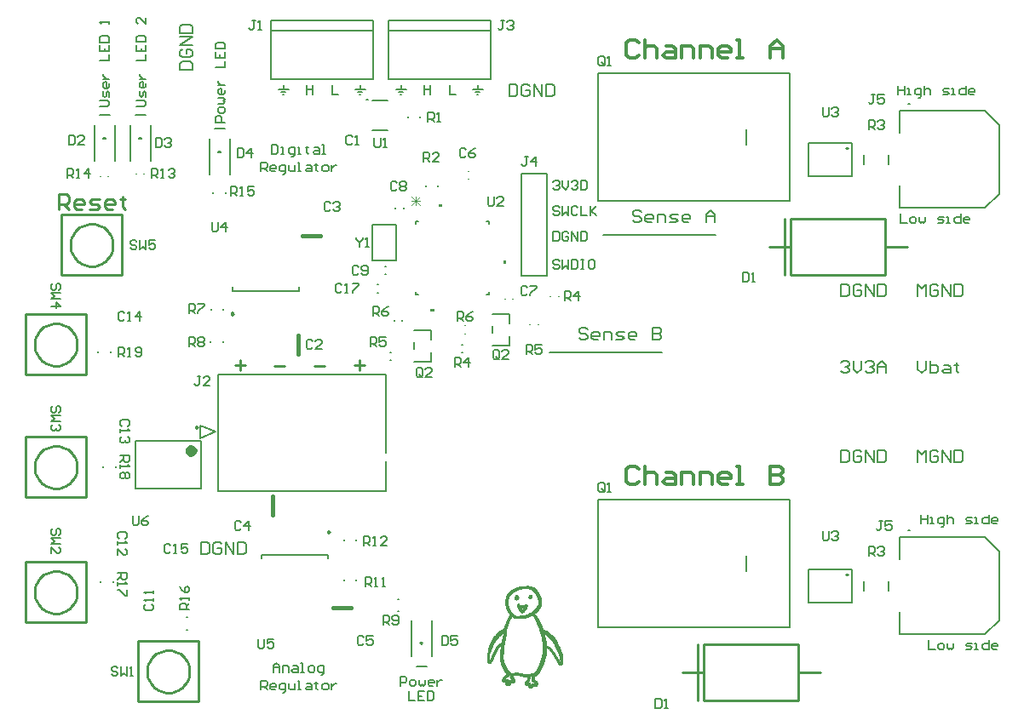
<source format=gto>
G04*
G04 #@! TF.GenerationSoftware,Altium Limited,Altium Designer,21.3.1 (25)*
G04*
G04 Layer_Color=65535*
%FSLAX25Y25*%
%MOIN*%
G70*
G04*
G04 #@! TF.SameCoordinates,86926C0A-6BB2-4832-AFE7-C0EB4A5C3721*
G04*
G04*
G04 #@! TF.FilePolarity,Positive*
G04*
G01*
G75*
%ADD10C,0.00787*%
%ADD11C,0.01000*%
%ADD12C,0.00984*%
%ADD13C,0.02362*%
%ADD14C,0.00600*%
%ADD15C,0.00591*%
%ADD16C,0.00100*%
%ADD17C,0.00500*%
%ADD18C,0.00750*%
%ADD19C,0.01575*%
%ADD20C,0.00300*%
%ADD21C,0.01200*%
%ADD22C,0.00800*%
G36*
X167006Y163805D02*
X165506D01*
Y162805D01*
X167006D01*
Y163805D01*
D02*
G37*
G36*
X170156Y204006D02*
X168656D01*
Y205006D01*
X170156D01*
Y204006D01*
D02*
G37*
G36*
X194230Y183081D02*
X195230D01*
Y181581D01*
X194230D01*
Y183081D01*
D02*
G37*
D10*
X353268Y244153D02*
X352480D01*
X353268D01*
Y77153D02*
X352480D01*
X353268D01*
X103130Y253906D02*
X140130D01*
X103130D02*
Y276905D01*
X143130D01*
X103130Y272905D02*
X143130D01*
Y253906D02*
Y276905D01*
X140130Y253906D02*
X143130D01*
X149130D02*
X186130D01*
X149130D02*
Y276905D01*
X189130D01*
X149130Y272905D02*
X189130D01*
Y253906D02*
Y276905D01*
X186130Y253906D02*
X189130D01*
X36638Y56803D02*
Y57197D01*
X41362Y56803D02*
Y57197D01*
X70203Y38438D02*
X70597D01*
X70203Y43162D02*
X70597D01*
X50205Y112449D02*
X75795D01*
X50205Y93551D02*
X75795D01*
Y112449D01*
X50205Y93551D02*
Y112449D01*
X35638Y146803D02*
Y147197D01*
X40362Y146803D02*
Y147197D01*
X37638Y101803D02*
Y102197D01*
X42362Y101803D02*
Y102197D01*
X79638Y150803D02*
Y151197D01*
X84362Y150803D02*
Y151197D01*
X79768Y163709D02*
Y164102D01*
X84492Y163709D02*
Y164102D01*
X80638Y209303D02*
Y209697D01*
X85362Y209303D02*
Y209697D01*
X289130Y61405D02*
Y67405D01*
X275130Y39406D02*
X306130D01*
Y89406D01*
X231130D02*
X306130D01*
X231130Y39406D02*
Y89406D01*
Y39406D02*
X275130D01*
X313500Y49000D02*
X330500D01*
X313500D02*
Y62000D01*
X330500D01*
Y49000D02*
Y62000D01*
X330500Y216000D02*
Y229000D01*
X313500D02*
X330500D01*
X313500Y216000D02*
Y229000D01*
Y216000D02*
X330500D01*
X289130Y228405D02*
Y234405D01*
X275130Y206405D02*
X306130D01*
Y256405D01*
X231130D02*
X306130D01*
X231130Y206405D02*
Y256405D01*
Y206405D02*
X275130D01*
X99638Y67779D02*
X125622D01*
X99638Y66205D02*
Y67779D01*
X125622Y66205D02*
Y67779D01*
X131768Y73209D02*
Y73602D01*
X136492Y73209D02*
Y73602D01*
X152803Y45638D02*
X153197D01*
X152803Y50362D02*
X153197D01*
X131768Y57709D02*
Y58102D01*
X136492Y57709D02*
Y58102D01*
X88138Y170961D02*
X114122D01*
Y172535D01*
X88138Y170961D02*
Y172535D01*
X156768Y238968D02*
Y239362D01*
X161492Y238968D02*
Y239362D01*
X163768Y211949D02*
Y212343D01*
X168492Y211949D02*
Y212343D01*
X335079Y220728D02*
Y224272D01*
X344921Y220728D02*
Y224272D01*
X335079Y53728D02*
Y57272D01*
X344921Y53728D02*
Y57272D01*
X201130Y216905D02*
X211130D01*
Y176906D02*
Y216905D01*
X201130Y176906D02*
Y216905D01*
Y176906D02*
X211130D01*
D11*
X27305Y53000D02*
X27245Y54001D01*
X27064Y54988D01*
X26765Y55945D01*
X26354Y56860D01*
X25835Y57718D01*
X25216Y58507D01*
X24507Y59216D01*
X23718Y59835D01*
X22860Y60354D01*
X21945Y60765D01*
X20988Y61064D01*
X20001Y61245D01*
X19000Y61305D01*
X17999Y61245D01*
X17012Y61064D01*
X16055Y60765D01*
X15140Y60354D01*
X14282Y59835D01*
X13493Y59216D01*
X12784Y58507D01*
X12165Y57718D01*
X11646Y56860D01*
X11235Y55945D01*
X10936Y54988D01*
X10755Y54001D01*
X10695Y53000D01*
X10755Y51999D01*
X10936Y51012D01*
X11235Y50055D01*
X11646Y49140D01*
X12165Y48282D01*
X12784Y47493D01*
X13493Y46784D01*
X14282Y46165D01*
X15140Y45646D01*
X16055Y45235D01*
X17012Y44936D01*
X17999Y44755D01*
X19000Y44695D01*
X20001Y44755D01*
X20988Y44936D01*
X21945Y45235D01*
X22860Y45646D01*
X23718Y46165D01*
X24507Y46784D01*
X25216Y47493D01*
X25835Y48282D01*
X26354Y49140D01*
X26765Y50055D01*
X27064Y51012D01*
X27245Y51999D01*
X27305Y53000D01*
Y102000D02*
X27245Y103001D01*
X27064Y103988D01*
X26765Y104945D01*
X26354Y105860D01*
X25835Y106718D01*
X25216Y107507D01*
X24507Y108217D01*
X23718Y108835D01*
X22860Y109354D01*
X21945Y109765D01*
X20988Y110064D01*
X20001Y110245D01*
X19000Y110305D01*
X17999Y110245D01*
X17012Y110064D01*
X16055Y109765D01*
X15140Y109354D01*
X14282Y108835D01*
X13493Y108217D01*
X12784Y107507D01*
X12165Y106718D01*
X11646Y105860D01*
X11235Y104945D01*
X10936Y103988D01*
X10755Y103001D01*
X10695Y102000D01*
X10755Y100999D01*
X10936Y100012D01*
X11235Y99055D01*
X11646Y98140D01*
X12165Y97282D01*
X12784Y96493D01*
X13493Y95784D01*
X14282Y95165D01*
X15140Y94646D01*
X16055Y94235D01*
X17012Y93936D01*
X17999Y93755D01*
X19000Y93695D01*
X20001Y93755D01*
X20988Y93936D01*
X21945Y94235D01*
X22860Y94646D01*
X23718Y95165D01*
X24507Y95784D01*
X25216Y96493D01*
X25835Y97282D01*
X26354Y98140D01*
X26765Y99055D01*
X27064Y100012D01*
X27245Y100999D01*
X27305Y102000D01*
X71305Y22000D02*
X71245Y23001D01*
X71064Y23988D01*
X70765Y24945D01*
X70354Y25860D01*
X69835Y26718D01*
X69217Y27507D01*
X68507Y28216D01*
X67718Y28835D01*
X66860Y29354D01*
X65945Y29765D01*
X64987Y30064D01*
X64001Y30245D01*
X63000Y30305D01*
X61999Y30245D01*
X61013Y30064D01*
X60055Y29765D01*
X59140Y29354D01*
X58282Y28835D01*
X57493Y28216D01*
X56783Y27507D01*
X56165Y26718D01*
X55646Y25860D01*
X55235Y24945D01*
X54936Y23988D01*
X54755Y23001D01*
X54695Y22000D01*
X54755Y20999D01*
X54936Y20012D01*
X55235Y19055D01*
X55646Y18140D01*
X56165Y17282D01*
X56783Y16493D01*
X57493Y15784D01*
X58282Y15165D01*
X59140Y14646D01*
X60055Y14235D01*
X61013Y13936D01*
X61999Y13755D01*
X63000Y13695D01*
X64001Y13755D01*
X64987Y13936D01*
X65945Y14235D01*
X66860Y14646D01*
X67718Y15165D01*
X68507Y15784D01*
X69217Y16493D01*
X69835Y17282D01*
X70354Y18140D01*
X70765Y19055D01*
X71064Y20012D01*
X71245Y20999D01*
X71305Y22000D01*
X27305Y150000D02*
X27245Y151001D01*
X27064Y151988D01*
X26765Y152945D01*
X26354Y153860D01*
X25835Y154718D01*
X25216Y155507D01*
X24507Y156217D01*
X23718Y156835D01*
X22860Y157354D01*
X21945Y157765D01*
X20988Y158064D01*
X20001Y158245D01*
X19000Y158305D01*
X17999Y158245D01*
X17012Y158064D01*
X16055Y157765D01*
X15140Y157354D01*
X14282Y156835D01*
X13493Y156217D01*
X12784Y155507D01*
X12165Y154718D01*
X11646Y153860D01*
X11235Y152945D01*
X10936Y151988D01*
X10755Y151001D01*
X10695Y150000D01*
X10755Y148999D01*
X10936Y148012D01*
X11235Y147055D01*
X11646Y146140D01*
X12165Y145282D01*
X12784Y144493D01*
X13493Y143783D01*
X14282Y143165D01*
X15140Y142646D01*
X16055Y142235D01*
X17012Y141936D01*
X17999Y141755D01*
X19000Y141695D01*
X20001Y141755D01*
X20988Y141936D01*
X21945Y142235D01*
X22860Y142646D01*
X23718Y143165D01*
X24507Y143783D01*
X25216Y144493D01*
X25835Y145282D01*
X26354Y146140D01*
X26765Y147055D01*
X27064Y148012D01*
X27245Y148999D01*
X27305Y150000D01*
X41305Y189000D02*
X41245Y190001D01*
X41064Y190988D01*
X40765Y191945D01*
X40354Y192860D01*
X39835Y193718D01*
X39217Y194507D01*
X38507Y195217D01*
X37718Y195835D01*
X36860Y196354D01*
X35945Y196765D01*
X34988Y197064D01*
X34001Y197245D01*
X33000Y197305D01*
X31999Y197245D01*
X31012Y197064D01*
X30055Y196765D01*
X29140Y196354D01*
X28282Y195835D01*
X27493Y195217D01*
X26783Y194507D01*
X26165Y193718D01*
X25646Y192860D01*
X25235Y191945D01*
X24936Y190988D01*
X24755Y190001D01*
X24695Y189000D01*
X24755Y187999D01*
X24936Y187012D01*
X25235Y186055D01*
X25646Y185140D01*
X26165Y184282D01*
X26783Y183493D01*
X27493Y182783D01*
X28282Y182165D01*
X29140Y181646D01*
X30055Y181235D01*
X31012Y180936D01*
X31999Y180755D01*
X33000Y180695D01*
X34001Y180755D01*
X34988Y180936D01*
X35945Y181235D01*
X36860Y181646D01*
X37718Y182165D01*
X38507Y182783D01*
X39217Y183493D01*
X39835Y184282D01*
X40354Y185140D01*
X40765Y186055D01*
X41064Y187012D01*
X41245Y187999D01*
X41305Y189000D01*
X328800Y60000D02*
X328200D01*
X328800D01*
X328800Y227000D02*
X328200D01*
X328800D01*
X264000Y21500D02*
X272500D01*
X309500D02*
X318000D01*
X272500Y10500D02*
X309500D01*
X272500Y32500D02*
X309500D01*
X272500Y10500D02*
Y32500D01*
X270000Y10500D02*
Y32500D01*
X309500Y21500D02*
Y32500D01*
Y10500D02*
Y21500D01*
X343630Y177406D02*
Y188406D01*
Y199406D01*
X304130Y177406D02*
Y199406D01*
X306630Y177406D02*
Y199406D01*
X343630D01*
X306630Y177406D02*
X343630D01*
Y188406D02*
X352130D01*
X298130D02*
X306630D01*
X7189Y64811D02*
X30811D01*
X7189Y41189D02*
Y64811D01*
Y41189D02*
X30811D01*
Y64811D01*
Y90189D02*
Y113811D01*
X7189Y90189D02*
X30811D01*
X7189D02*
Y113811D01*
X30811D01*
X51189Y33811D02*
X74811D01*
Y10189D02*
Y33811D01*
X51189Y10189D02*
X74811D01*
X51189D02*
Y33811D01*
X7189Y161811D02*
X30811D01*
X7189Y138189D02*
Y161811D01*
Y138189D02*
X30811D01*
Y161811D01*
X21189Y200811D02*
X44811D01*
Y177189D02*
Y200811D01*
X21189Y177189D02*
X44811D01*
X21189D02*
Y200811D01*
X104591Y141700D02*
X108589D01*
X120181D02*
X124180D01*
X135772Y141999D02*
X139770D01*
X137771Y143999D02*
Y140000D01*
X89000Y141999D02*
X92999D01*
X90999Y143999D02*
Y140000D01*
X20000Y203000D02*
Y208998D01*
X22999D01*
X23999Y207998D01*
Y205999D01*
X22999Y204999D01*
X20000D01*
X21999D02*
X23999Y203000D01*
X28997D02*
X26998D01*
X25998Y204000D01*
Y205999D01*
X26998Y206999D01*
X28997D01*
X29997Y205999D01*
Y204999D01*
X25998D01*
X31996Y203000D02*
X34995D01*
X35995Y204000D01*
X34995Y204999D01*
X32996D01*
X31996Y205999D01*
X32996Y206999D01*
X35995D01*
X40993Y203000D02*
X38994D01*
X37994Y204000D01*
Y205999D01*
X38994Y206999D01*
X40993D01*
X41993Y205999D01*
Y204999D01*
X37994D01*
X44992Y207998D02*
Y206999D01*
X43992D01*
X45992D01*
X44992D01*
Y204000D01*
X45992Y203000D01*
D12*
X74417Y117665D02*
X73679Y118092D01*
Y117239D01*
X74417Y117665D01*
X126134Y76638D02*
X125396Y77064D01*
Y76212D01*
X126134Y76638D01*
X88610Y162102D02*
X87872Y162529D01*
Y161676D01*
X88610Y162102D01*
D13*
X73039Y108512D02*
X72595Y109435D01*
X71596Y109663D01*
X70794Y109024D01*
Y107999D01*
X71596Y107360D01*
X72595Y107588D01*
X73039Y108512D01*
D14*
X141036Y245950D02*
X140436D01*
X141036D01*
X148309Y107692D02*
Y138162D01*
X75521Y113300D02*
X81521Y115800D01*
X75521Y113300D02*
Y118300D01*
X81521Y115800D01*
X82521Y138162D02*
X148309D01*
X82521Y92493D02*
Y138162D01*
Y92493D02*
X148309D01*
Y104223D01*
X159830Y198205D02*
X160796D01*
X159830Y169606D02*
X160796D01*
X188430D02*
Y170572D01*
X187463Y198205D02*
X188430D01*
X159830Y197239D02*
Y198205D01*
Y169606D02*
Y170572D01*
X187463Y169606D02*
X188430D01*
Y197239D02*
Y198205D01*
X196480Y158215D02*
Y162005D01*
X189780Y154475D02*
Y157136D01*
Y149606D02*
X196480D01*
Y153395D01*
X189780Y162005D02*
X196480D01*
X165850Y151910D02*
Y155700D01*
X159150Y148170D02*
Y150830D01*
Y143300D02*
X165850D01*
Y147090D01*
X159150Y155700D02*
X165850D01*
X212000Y147000D02*
X256000D01*
X233000Y193000D02*
X277000D01*
X160000Y24000D02*
X164000D01*
X158000Y28000D02*
Y42000D01*
X166000Y28000D02*
Y42000D01*
X184000Y250100D02*
Y251600D01*
X182000Y250100D02*
X186000D01*
X183000Y249100D02*
X184900D01*
X183800Y248100D02*
X184200D01*
X154000Y250100D02*
Y251600D01*
X152000Y250100D02*
X156000D01*
X153000Y249100D02*
X154900D01*
X153800Y248100D02*
X154200D01*
X138000Y250100D02*
Y251600D01*
X136000Y250100D02*
X140000D01*
X137000Y249100D02*
X138900D01*
X137800Y248100D02*
X138200D01*
X107800D02*
X108200D01*
X107000Y249100D02*
X108900D01*
X106000Y250100D02*
X110000D01*
X108000D02*
Y251600D01*
X79000Y216500D02*
Y230500D01*
X87000Y216500D02*
Y230500D01*
X81000Y234500D02*
X85000D01*
X50425Y216920D02*
Y217080D01*
X53575Y216920D02*
Y217080D01*
X48000Y222000D02*
Y236000D01*
X56000Y222000D02*
Y236000D01*
X50000Y240000D02*
X54000D01*
X36425Y215920D02*
Y216080D01*
X39575Y215920D02*
Y216080D01*
X144900Y170425D02*
X145100D01*
X144900Y173575D02*
X145100D01*
X147900Y180675D02*
X148100D01*
X147900Y177525D02*
X148100D01*
X151925Y203400D02*
Y203600D01*
X155075Y203400D02*
Y203600D01*
X197875Y167800D02*
Y168000D01*
X194725Y167800D02*
Y168000D01*
X180400Y214925D02*
X180600D01*
X180400Y218075D02*
X180600D01*
X36000Y240000D02*
X40000D01*
X42000Y222000D02*
Y236000D01*
X34000Y222000D02*
Y236000D01*
X212555Y168875D02*
Y169035D01*
X215705Y168875D02*
Y169035D01*
X204555Y157875D02*
Y158035D01*
X207705Y157875D02*
Y158035D01*
X179050Y154331D02*
X179210D01*
X179050Y157480D02*
X179210D01*
X151425Y159420D02*
Y159580D01*
X154575Y159420D02*
Y159580D01*
X149920Y147075D02*
X150080D01*
X149920Y143925D02*
X150080D01*
X177920Y146925D02*
X178080D01*
X177920Y150075D02*
X178080D01*
X360600Y34199D02*
Y30600D01*
X362999D01*
X364799D02*
X365998D01*
X366598Y31200D01*
Y32399D01*
X365998Y32999D01*
X364799D01*
X364199Y32399D01*
Y31200D01*
X364799Y30600D01*
X367798Y32999D02*
Y31200D01*
X368397Y30600D01*
X368997Y31200D01*
X369597Y30600D01*
X370197Y31200D01*
Y32999D01*
X374995Y30600D02*
X376795D01*
X377395Y31200D01*
X376795Y31800D01*
X375595D01*
X374995Y32399D01*
X375595Y32999D01*
X377395D01*
X378594Y30600D02*
X379794D01*
X379194D01*
Y32999D01*
X378594D01*
X383993Y34199D02*
Y30600D01*
X382193D01*
X381593Y31200D01*
Y32399D01*
X382193Y32999D01*
X383993D01*
X386992Y30600D02*
X385792D01*
X385192Y31200D01*
Y32399D01*
X385792Y32999D01*
X386992D01*
X387591Y32399D01*
Y31800D01*
X385192D01*
X153903Y16359D02*
Y19958D01*
X155702D01*
X156302Y19358D01*
Y18158D01*
X155702Y17558D01*
X153903D01*
X158101Y16359D02*
X159301D01*
X159901Y16958D01*
Y18158D01*
X159301Y18758D01*
X158101D01*
X157501Y18158D01*
Y16958D01*
X158101Y16359D01*
X161100Y18758D02*
Y16958D01*
X161700Y16359D01*
X162300Y16958D01*
X162900Y16359D01*
X163499Y16958D01*
Y18758D01*
X166499Y16359D02*
X165299D01*
X164699Y16958D01*
Y18158D01*
X165299Y18758D01*
X166499D01*
X167098Y18158D01*
Y17558D01*
X164699D01*
X168298Y18758D02*
Y16359D01*
Y17558D01*
X168898Y18158D01*
X169498Y18758D01*
X170097D01*
X157202Y14199D02*
Y10600D01*
X159601D01*
X163200Y14199D02*
X160800D01*
Y10600D01*
X163200D01*
X160800Y12399D02*
X162000D01*
X164399Y14199D02*
Y10600D01*
X166199D01*
X166798Y11200D01*
Y13599D01*
X166199Y14199D01*
X164399D01*
X104103Y21758D02*
Y24157D01*
X105303Y25357D01*
X106502Y24157D01*
Y21758D01*
Y23557D01*
X104103D01*
X107702Y21758D02*
Y24157D01*
X109502D01*
X110101Y23557D01*
Y21758D01*
X111901Y24157D02*
X113100D01*
X113700Y23557D01*
Y21758D01*
X111901D01*
X111301Y22358D01*
X111901Y22957D01*
X113700D01*
X114900Y21758D02*
X116099D01*
X115499D01*
Y25357D01*
X114900D01*
X118499Y21758D02*
X119698D01*
X120298Y22358D01*
Y23557D01*
X119698Y24157D01*
X118499D01*
X117899Y23557D01*
Y22358D01*
X118499Y21758D01*
X122697Y20558D02*
X123297D01*
X123897Y21158D01*
Y24157D01*
X122097D01*
X121498Y23557D01*
Y22358D01*
X122097Y21758D01*
X123897D01*
X99305Y14800D02*
Y18398D01*
X101104D01*
X101704Y17799D01*
Y16599D01*
X101104Y15999D01*
X99305D01*
X100504D02*
X101704Y14800D01*
X104703D02*
X103503D01*
X102904Y15399D01*
Y16599D01*
X103503Y17199D01*
X104703D01*
X105303Y16599D01*
Y15999D01*
X102904D01*
X107702Y13600D02*
X108302D01*
X108902Y14200D01*
Y17199D01*
X107102D01*
X106502Y16599D01*
Y15399D01*
X107102Y14800D01*
X108902D01*
X110101Y17199D02*
Y15399D01*
X110701Y14800D01*
X112501D01*
Y17199D01*
X113700Y14800D02*
X114900D01*
X114300D01*
Y18398D01*
X113700D01*
X117299Y17199D02*
X118499D01*
X119098Y16599D01*
Y14800D01*
X117299D01*
X116699Y15399D01*
X117299Y15999D01*
X119098D01*
X120898Y17799D02*
Y17199D01*
X120298D01*
X121498D01*
X120898D01*
Y15399D01*
X121498Y14800D01*
X123897D02*
X125096D01*
X125696Y15399D01*
Y16599D01*
X125096Y17199D01*
X123897D01*
X123297Y16599D01*
Y15399D01*
X123897Y14800D01*
X126896Y17199D02*
Y14800D01*
Y15999D01*
X127496Y16599D01*
X128095Y17199D01*
X128695D01*
X349600Y201199D02*
Y197600D01*
X351999D01*
X353799D02*
X354998D01*
X355598Y198200D01*
Y199399D01*
X354998Y199999D01*
X353799D01*
X353199Y199399D01*
Y198200D01*
X353799Y197600D01*
X356798Y199999D02*
Y198200D01*
X357398Y197600D01*
X357997Y198200D01*
X358597Y197600D01*
X359197Y198200D01*
Y199999D01*
X363995Y197600D02*
X365795D01*
X366395Y198200D01*
X365795Y198800D01*
X364595D01*
X363995Y199399D01*
X364595Y199999D01*
X366395D01*
X367594Y197600D02*
X368794D01*
X368194D01*
Y199999D01*
X367594D01*
X372992Y201199D02*
Y197600D01*
X371193D01*
X370593Y198200D01*
Y199399D01*
X371193Y199999D01*
X372992D01*
X375992Y197600D02*
X374792D01*
X374192Y198200D01*
Y199399D01*
X374792Y199999D01*
X375992D01*
X376591Y199399D01*
Y198800D01*
X374192D01*
X103503Y228357D02*
Y224758D01*
X105303D01*
X105903Y225358D01*
Y227757D01*
X105303Y228357D01*
X103503D01*
X107102Y224758D02*
X108302D01*
X107702D01*
Y227157D01*
X107102D01*
X111301Y223558D02*
X111901D01*
X112501Y224158D01*
Y227157D01*
X110701D01*
X110101Y226557D01*
Y225358D01*
X110701Y224758D01*
X112501D01*
X113700D02*
X114900D01*
X114300D01*
Y227157D01*
X113700D01*
X117299Y227757D02*
Y227157D01*
X116699D01*
X117899D01*
X117299D01*
Y225358D01*
X117899Y224758D01*
X120298Y227157D02*
X121498D01*
X122097Y226557D01*
Y224758D01*
X120298D01*
X119698Y225358D01*
X120298Y225957D01*
X122097D01*
X123297Y224758D02*
X124497D01*
X123897D01*
Y228357D01*
X123297D01*
X99305Y217800D02*
Y221398D01*
X101104D01*
X101704Y220799D01*
Y219599D01*
X101104Y218999D01*
X99305D01*
X100504D02*
X101704Y217800D01*
X104703D02*
X103503D01*
X102904Y218399D01*
Y219599D01*
X103503Y220199D01*
X104703D01*
X105303Y219599D01*
Y218999D01*
X102904D01*
X107702Y216600D02*
X108302D01*
X108902Y217200D01*
Y220199D01*
X107102D01*
X106502Y219599D01*
Y218399D01*
X107102Y217800D01*
X108902D01*
X110101Y220199D02*
Y218399D01*
X110701Y217800D01*
X112501D01*
Y220199D01*
X113700Y217800D02*
X114900D01*
X114300D01*
Y221398D01*
X113700D01*
X117299Y220199D02*
X118499D01*
X119098Y219599D01*
Y217800D01*
X117299D01*
X116699Y218399D01*
X117299Y218999D01*
X119098D01*
X120898Y220799D02*
Y220199D01*
X120298D01*
X121498D01*
X120898D01*
Y218399D01*
X121498Y217800D01*
X123897D02*
X125096D01*
X125696Y218399D01*
Y219599D01*
X125096Y220199D01*
X123897D01*
X123297Y219599D01*
Y218399D01*
X123897Y217800D01*
X126896Y220199D02*
Y217800D01*
Y218999D01*
X127496Y219599D01*
X128095Y220199D01*
X128695D01*
X50601Y243300D02*
X53600D01*
X54200Y243900D01*
Y245099D01*
X53600Y245699D01*
X50601D01*
X54200Y246899D02*
Y248698D01*
X53600Y249298D01*
X53000Y248698D01*
Y247499D01*
X52401Y246899D01*
X51801Y247499D01*
Y249298D01*
X54200Y252297D02*
Y251097D01*
X53600Y250498D01*
X52401D01*
X51801Y251097D01*
Y252297D01*
X52401Y252897D01*
X53000D01*
Y250498D01*
X51801Y254097D02*
X54200D01*
X53000D01*
X52401Y254696D01*
X51801Y255296D01*
Y255896D01*
X50601Y261294D02*
X54200D01*
Y263693D01*
X50601Y267292D02*
Y264893D01*
X54200D01*
Y267292D01*
X52401Y264893D02*
Y266093D01*
X50601Y268492D02*
X54200D01*
Y270291D01*
X53600Y270891D01*
X51201D01*
X50601Y270291D01*
Y268492D01*
X54200Y278089D02*
Y275690D01*
X51801Y278089D01*
X51201D01*
X50601Y277489D01*
Y276289D01*
X51201Y275690D01*
X85000Y237100D02*
X81401D01*
Y238899D01*
X82001Y239499D01*
X83201D01*
X83800Y238899D01*
Y237100D01*
X85000Y241299D02*
Y242498D01*
X84400Y243098D01*
X83201D01*
X82601Y242498D01*
Y241299D01*
X83201Y240699D01*
X84400D01*
X85000Y241299D01*
X82601Y244298D02*
X84400D01*
X85000Y244898D01*
X84400Y245497D01*
X85000Y246097D01*
X84400Y246697D01*
X82601D01*
X85000Y249696D02*
Y248496D01*
X84400Y247897D01*
X83201D01*
X82601Y248496D01*
Y249696D01*
X83201Y250296D01*
X83800D01*
Y247897D01*
X82601Y251495D02*
X85000D01*
X83800D01*
X83201Y252095D01*
X82601Y252695D01*
Y253295D01*
X81401Y258693D02*
X85000D01*
Y261092D01*
X81401Y264691D02*
Y262292D01*
X85000D01*
Y264691D01*
X83201Y262292D02*
Y263492D01*
X81401Y265891D02*
X85000D01*
Y267690D01*
X84400Y268290D01*
X82001D01*
X81401Y267690D01*
Y265891D01*
X36301Y243200D02*
X39300D01*
X39900Y243800D01*
Y244999D01*
X39300Y245599D01*
X36301D01*
X39900Y246799D02*
Y248598D01*
X39300Y249198D01*
X38700Y248598D01*
Y247399D01*
X38101Y246799D01*
X37501Y247399D01*
Y249198D01*
X39900Y252197D02*
Y250997D01*
X39300Y250398D01*
X38101D01*
X37501Y250997D01*
Y252197D01*
X38101Y252797D01*
X38700D01*
Y250398D01*
X37501Y253996D02*
X39900D01*
X38700D01*
X38101Y254596D01*
X37501Y255196D01*
Y255796D01*
X36301Y261194D02*
X39900D01*
Y263593D01*
X36301Y267192D02*
Y264793D01*
X39900D01*
Y267192D01*
X38101Y264793D02*
Y265993D01*
X36301Y268392D02*
X39900D01*
Y270191D01*
X39300Y270791D01*
X36901D01*
X36301Y270191D01*
Y268392D01*
X39900Y275590D02*
Y276789D01*
Y276189D01*
X36301D01*
X36901Y275590D01*
X173000Y251699D02*
Y248100D01*
X175399D01*
X127000Y251699D02*
Y248100D01*
X129399D01*
X163000Y251699D02*
Y248100D01*
Y249899D01*
X165399D01*
Y251699D01*
Y248100D01*
X117000Y251699D02*
Y248100D01*
Y249899D01*
X119399D01*
Y251699D01*
Y248100D01*
X357600Y83398D02*
Y79800D01*
Y81599D01*
X359999D01*
Y83398D01*
Y79800D01*
X361199D02*
X362399D01*
X361799D01*
Y82199D01*
X361199D01*
X365398Y78600D02*
X365997D01*
X366597Y79200D01*
Y82199D01*
X364798D01*
X364198Y81599D01*
Y80399D01*
X364798Y79800D01*
X366597D01*
X367797Y83398D02*
Y79800D01*
Y81599D01*
X368396Y82199D01*
X369596D01*
X370196Y81599D01*
Y79800D01*
X374994D02*
X376794D01*
X377394Y80399D01*
X376794Y80999D01*
X375594D01*
X374994Y81599D01*
X375594Y82199D01*
X377394D01*
X378593Y79800D02*
X379793D01*
X379193D01*
Y82199D01*
X378593D01*
X383992Y83398D02*
Y79800D01*
X382192D01*
X381592Y80399D01*
Y81599D01*
X382192Y82199D01*
X383992D01*
X386990Y79800D02*
X385791D01*
X385191Y80399D01*
Y81599D01*
X385791Y82199D01*
X386990D01*
X387590Y81599D01*
Y80999D01*
X385191D01*
X348600Y251398D02*
Y247800D01*
Y249599D01*
X350999D01*
Y251398D01*
Y247800D01*
X352199D02*
X353398D01*
X352799D01*
Y250199D01*
X352199D01*
X356398Y246600D02*
X356997D01*
X357597Y247200D01*
Y250199D01*
X355798D01*
X355198Y249599D01*
Y248399D01*
X355798Y247800D01*
X357597D01*
X358797Y251398D02*
Y247800D01*
Y249599D01*
X359397Y250199D01*
X360596D01*
X361196Y249599D01*
Y247800D01*
X365994D02*
X367794D01*
X368394Y248399D01*
X367794Y248999D01*
X366594D01*
X365994Y249599D01*
X366594Y250199D01*
X368394D01*
X369593Y247800D02*
X370793D01*
X370193D01*
Y250199D01*
X369593D01*
X374991Y251398D02*
Y247800D01*
X373192D01*
X372592Y248399D01*
Y249599D01*
X373192Y250199D01*
X374991D01*
X377991Y247800D02*
X376791D01*
X376191Y248399D01*
Y249599D01*
X376791Y250199D01*
X377991D01*
X378590Y249599D01*
Y248999D01*
X376191D01*
X215999Y182599D02*
X215399Y183199D01*
X214200D01*
X213600Y182599D01*
Y181999D01*
X214200Y181399D01*
X215399D01*
X215999Y180800D01*
Y180200D01*
X215399Y179600D01*
X214200D01*
X213600Y180200D01*
X217199Y183199D02*
Y179600D01*
X218398Y180800D01*
X219598Y179600D01*
Y183199D01*
X220798D02*
Y179600D01*
X222597D01*
X223197Y180200D01*
Y182599D01*
X222597Y183199D01*
X220798D01*
X224396D02*
X225596D01*
X224996D01*
Y179600D01*
X224396D01*
X225596D01*
X229195Y183199D02*
X227995D01*
X227396Y182599D01*
Y180200D01*
X227995Y179600D01*
X229195D01*
X229795Y180200D01*
Y182599D01*
X229195Y183199D01*
X213600Y194199D02*
Y190600D01*
X215399D01*
X215999Y191200D01*
Y193599D01*
X215399Y194199D01*
X213600D01*
X219598Y193599D02*
X218998Y194199D01*
X217799D01*
X217199Y193599D01*
Y191200D01*
X217799Y190600D01*
X218998D01*
X219598Y191200D01*
Y192399D01*
X218398D01*
X220798Y190600D02*
Y194199D01*
X223197Y190600D01*
Y194199D01*
X224396D02*
Y190600D01*
X226196D01*
X226796Y191200D01*
Y193599D01*
X226196Y194199D01*
X224396D01*
X215999Y203599D02*
X215399Y204199D01*
X214200D01*
X213600Y203599D01*
Y202999D01*
X214200Y202399D01*
X215399D01*
X215999Y201800D01*
Y201200D01*
X215399Y200600D01*
X214200D01*
X213600Y201200D01*
X217199Y204199D02*
Y200600D01*
X218398Y201800D01*
X219598Y200600D01*
Y204199D01*
X223197Y203599D02*
X222597Y204199D01*
X221397D01*
X220798Y203599D01*
Y201200D01*
X221397Y200600D01*
X222597D01*
X223197Y201200D01*
X224396Y204199D02*
Y200600D01*
X226796D01*
X227995Y204199D02*
Y200600D01*
Y201800D01*
X230395Y204199D01*
X228595Y202399D01*
X230395Y200600D01*
X213600Y213599D02*
X214200Y214199D01*
X215399D01*
X215999Y213599D01*
Y212999D01*
X215399Y212399D01*
X214800D01*
X215399D01*
X215999Y211800D01*
Y211200D01*
X215399Y210600D01*
X214200D01*
X213600Y211200D01*
X217199Y214199D02*
Y211800D01*
X218398Y210600D01*
X219598Y211800D01*
Y214199D01*
X220798Y213599D02*
X221397Y214199D01*
X222597D01*
X223197Y213599D01*
Y212999D01*
X222597Y212399D01*
X221997D01*
X222597D01*
X223197Y211800D01*
Y211200D01*
X222597Y210600D01*
X221397D01*
X220798Y211200D01*
X224396Y214199D02*
Y210600D01*
X226196D01*
X226796Y211200D01*
Y213599D01*
X226196Y214199D01*
X224396D01*
X147001Y40201D02*
Y43799D01*
X148800D01*
X149400Y43200D01*
Y42000D01*
X148800Y41400D01*
X147001D01*
X148201D02*
X149400Y40201D01*
X150600Y40800D02*
X151200Y40201D01*
X152399D01*
X152999Y40800D01*
Y43200D01*
X152399Y43799D01*
X151200D01*
X150600Y43200D01*
Y42600D01*
X151200Y42000D01*
X152999D01*
X170001Y35799D02*
Y32201D01*
X171800D01*
X172400Y32800D01*
Y35200D01*
X171800Y35799D01*
X170001D01*
X175999D02*
X173600D01*
Y34000D01*
X174799Y34600D01*
X175399D01*
X175999Y34000D01*
Y32800D01*
X175399Y32201D01*
X174200D01*
X173600Y32800D01*
X130901Y173200D02*
X130301Y173799D01*
X129101D01*
X128501Y173200D01*
Y170800D01*
X129101Y170201D01*
X130301D01*
X130901Y170800D01*
X132100Y170201D02*
X133300D01*
X132700D01*
Y173799D01*
X132100Y173200D01*
X135099Y173799D02*
X137499D01*
Y173200D01*
X135099Y170800D01*
Y170201D01*
X49001Y82799D02*
Y79800D01*
X49601Y79201D01*
X50800D01*
X51400Y79800D01*
Y82799D01*
X54999D02*
X53799Y82200D01*
X52600Y81000D01*
Y79800D01*
X53200Y79201D01*
X54399D01*
X54999Y79800D01*
Y80400D01*
X54399Y81000D01*
X52600D01*
X50601Y190200D02*
X50001Y190799D01*
X48801D01*
X48202Y190200D01*
Y189600D01*
X48801Y189000D01*
X50001D01*
X50601Y188400D01*
Y187800D01*
X50001Y187201D01*
X48801D01*
X48202Y187800D01*
X51800Y190799D02*
Y187201D01*
X53000Y188400D01*
X54200Y187201D01*
Y190799D01*
X57798D02*
X55399D01*
Y189000D01*
X56599Y189600D01*
X57199D01*
X57798Y189000D01*
Y187800D01*
X57199Y187201D01*
X55999D01*
X55399Y187800D01*
X20200Y171399D02*
X20799Y171999D01*
Y173199D01*
X20200Y173798D01*
X19600D01*
X19000Y173199D01*
Y171999D01*
X18400Y171399D01*
X17800D01*
X17201Y171999D01*
Y173199D01*
X17800Y173798D01*
X20799Y170200D02*
X17201D01*
X18400Y169000D01*
X17201Y167800D01*
X20799D01*
X17201Y164801D02*
X20799D01*
X19000Y166601D01*
Y164201D01*
X20200Y123399D02*
X20799Y123999D01*
Y125199D01*
X20200Y125798D01*
X19600D01*
X19000Y125199D01*
Y123999D01*
X18400Y123399D01*
X17800D01*
X17201Y123999D01*
Y125199D01*
X17800Y125798D01*
X20799Y122200D02*
X17201D01*
X18400Y121000D01*
X17201Y119800D01*
X20799D01*
X20200Y118601D02*
X20799Y118001D01*
Y116801D01*
X20200Y116201D01*
X19600D01*
X19000Y116801D01*
Y117401D01*
Y116801D01*
X18400Y116201D01*
X17800D01*
X17201Y116801D01*
Y118001D01*
X17800Y118601D01*
X20200Y75399D02*
X20799Y75999D01*
Y77199D01*
X20200Y77798D01*
X19600D01*
X19000Y77199D01*
Y75999D01*
X18400Y75399D01*
X17800D01*
X17201Y75999D01*
Y77199D01*
X17800Y77798D01*
X20799Y74200D02*
X17201D01*
X18400Y73000D01*
X17201Y71800D01*
X20799D01*
X17201Y68202D02*
Y70601D01*
X19600Y68202D01*
X20200D01*
X20799Y68801D01*
Y70001D01*
X20200Y70601D01*
X43201Y23200D02*
X42601Y23799D01*
X41401D01*
X40801Y23200D01*
Y22600D01*
X41401Y22000D01*
X42601D01*
X43201Y21400D01*
Y20800D01*
X42601Y20201D01*
X41401D01*
X40801Y20800D01*
X44400Y23799D02*
Y20201D01*
X45600Y21400D01*
X46799Y20201D01*
Y23799D01*
X47999Y20201D02*
X49199D01*
X48599D01*
Y23799D01*
X47999Y23200D01*
X43501Y145201D02*
Y148799D01*
X45301D01*
X45901Y148200D01*
Y147000D01*
X45301Y146400D01*
X43501D01*
X44701D02*
X45901Y145201D01*
X47100D02*
X48300D01*
X47700D01*
Y148799D01*
X47100Y148200D01*
X50099Y145800D02*
X50699Y145201D01*
X51899D01*
X52499Y145800D01*
Y148200D01*
X51899Y148799D01*
X50699D01*
X50099Y148200D01*
Y147600D01*
X50699Y147000D01*
X52499D01*
X44201Y106499D02*
X47799D01*
Y104699D01*
X47200Y104099D01*
X46000D01*
X45400Y104699D01*
Y106499D01*
Y105299D02*
X44201Y104099D01*
Y102900D02*
Y101700D01*
Y102300D01*
X47799D01*
X47200Y102900D01*
Y99901D02*
X47799Y99301D01*
Y98101D01*
X47200Y97501D01*
X46600D01*
X46000Y98101D01*
X45400Y97501D01*
X44800D01*
X44201Y98101D01*
Y99301D01*
X44800Y99901D01*
X45400D01*
X46000Y99301D01*
X46600Y99901D01*
X47200D01*
X46000Y99301D02*
Y98101D01*
X43201Y60498D02*
X46799D01*
Y58699D01*
X46200Y58099D01*
X45000D01*
X44400Y58699D01*
Y60498D01*
Y59299D02*
X43201Y58099D01*
Y56900D02*
Y55700D01*
Y56300D01*
X46799D01*
X46200Y56900D01*
X46799Y53901D02*
Y51501D01*
X46200D01*
X43800Y53901D01*
X43201D01*
X71199Y46301D02*
X67601D01*
Y48101D01*
X68200Y48701D01*
X69400D01*
X70000Y48101D01*
Y46301D01*
Y47501D02*
X71199Y48701D01*
Y49900D02*
Y51100D01*
Y50500D01*
X67601D01*
X68200Y49900D01*
X67601Y55299D02*
X68200Y54099D01*
X69400Y52899D01*
X70600D01*
X71199Y53499D01*
Y54699D01*
X70600Y55299D01*
X70000D01*
X69400Y54699D01*
Y52899D01*
X87502Y208201D02*
Y211799D01*
X89301D01*
X89901Y211200D01*
Y210000D01*
X89301Y209400D01*
X87502D01*
X88701D02*
X89901Y208201D01*
X91100D02*
X92300D01*
X91700D01*
Y211799D01*
X91100Y211200D01*
X96499Y211799D02*
X94099D01*
Y210000D01*
X95299Y210600D01*
X95899D01*
X96499Y210000D01*
Y208800D01*
X95899Y208201D01*
X94699D01*
X94099Y208800D01*
X23502Y215201D02*
Y218799D01*
X25301D01*
X25901Y218200D01*
Y217000D01*
X25301Y216400D01*
X23502D01*
X24701D02*
X25901Y215201D01*
X27100D02*
X28300D01*
X27700D01*
Y218799D01*
X27100Y218200D01*
X31899Y215201D02*
Y218799D01*
X30099Y217000D01*
X32499D01*
X56502Y215201D02*
Y218799D01*
X58301D01*
X58901Y218200D01*
Y217000D01*
X58301Y216400D01*
X56502D01*
X57701D02*
X58901Y215201D01*
X60100D02*
X61300D01*
X60700D01*
Y218799D01*
X60100Y218200D01*
X63099D02*
X63699Y218799D01*
X64899D01*
X65499Y218200D01*
Y217600D01*
X64899Y217000D01*
X64299D01*
X64899D01*
X65499Y216400D01*
Y215800D01*
X64899Y215201D01*
X63699D01*
X63099Y215800D01*
X90001Y226799D02*
Y223201D01*
X91800D01*
X92400Y223800D01*
Y226200D01*
X91800Y226799D01*
X90001D01*
X95399Y223201D02*
Y226799D01*
X93600Y225000D01*
X95999D01*
X58001Y230799D02*
Y227201D01*
X59800D01*
X60400Y227800D01*
Y230200D01*
X59800Y230799D01*
X58001D01*
X61600Y230200D02*
X62200Y230799D01*
X63399D01*
X63999Y230200D01*
Y229600D01*
X63399Y229000D01*
X62799D01*
X63399D01*
X63999Y228400D01*
Y227800D01*
X63399Y227201D01*
X62200D01*
X61600Y227800D01*
X24001Y231799D02*
Y228201D01*
X25800D01*
X26400Y228800D01*
Y231200D01*
X25800Y231799D01*
X24001D01*
X29999Y228201D02*
X27600D01*
X29999Y230600D01*
Y231200D01*
X29399Y231799D01*
X28200D01*
X27600Y231200D01*
X63901Y71200D02*
X63301Y71799D01*
X62101D01*
X61501Y71200D01*
Y68800D01*
X62101Y68201D01*
X63301D01*
X63901Y68800D01*
X65100Y68201D02*
X66300D01*
X65700D01*
Y71799D01*
X65100Y71200D01*
X70499Y71799D02*
X68099D01*
Y70000D01*
X69299Y70600D01*
X69899D01*
X70499Y70000D01*
Y68800D01*
X69899Y68201D01*
X68699D01*
X68099Y68800D01*
X45901Y162200D02*
X45301Y162799D01*
X44101D01*
X43501Y162200D01*
Y159800D01*
X44101Y159201D01*
X45301D01*
X45901Y159800D01*
X47100Y159201D02*
X48300D01*
X47700D01*
Y162799D01*
X47100Y162200D01*
X51899Y159201D02*
Y162799D01*
X50099Y161000D01*
X52499D01*
X47200Y118099D02*
X47799Y118699D01*
Y119899D01*
X47200Y120499D01*
X44800D01*
X44201Y119899D01*
Y118699D01*
X44800Y118099D01*
X44201Y116900D02*
Y115700D01*
Y116300D01*
X47799D01*
X47200Y116900D01*
Y113901D02*
X47799Y113301D01*
Y112101D01*
X47200Y111501D01*
X46600D01*
X46000Y112101D01*
Y112701D01*
Y112101D01*
X45400Y111501D01*
X44800D01*
X44201Y112101D01*
Y113301D01*
X44800Y113901D01*
X46200Y74099D02*
X46799Y74699D01*
Y75899D01*
X46200Y76499D01*
X43800D01*
X43201Y75899D01*
Y74699D01*
X43800Y74099D01*
X43201Y72900D02*
Y71700D01*
Y72300D01*
X46799D01*
X46200Y72900D01*
X43201Y67501D02*
Y69901D01*
X45600Y67501D01*
X46200D01*
X46799Y68101D01*
Y69301D01*
X46200Y69901D01*
X54200Y48300D02*
X53601Y47701D01*
Y46501D01*
X54200Y45901D01*
X56600D01*
X57199Y46501D01*
Y47701D01*
X56600Y48300D01*
X57199Y49500D02*
Y50700D01*
Y50100D01*
X53601D01*
X54200Y49500D01*
X57199Y52499D02*
Y53699D01*
Y53099D01*
X53601D01*
X54200Y52499D01*
X319001Y76799D02*
Y73800D01*
X319601Y73201D01*
X320800D01*
X321400Y73800D01*
Y76799D01*
X322600Y76200D02*
X323200Y76799D01*
X324399D01*
X324999Y76200D01*
Y75600D01*
X324399Y75000D01*
X323799D01*
X324399D01*
X324999Y74400D01*
Y73800D01*
X324399Y73201D01*
X323200D01*
X322600Y73800D01*
X143001Y161201D02*
Y164799D01*
X144800D01*
X145400Y164200D01*
Y163000D01*
X144800Y162400D01*
X143001D01*
X144201D02*
X145400Y161201D01*
X148999Y164799D02*
X147799Y164200D01*
X146600Y163000D01*
Y161800D01*
X147200Y161201D01*
X148399D01*
X148999Y161800D01*
Y162400D01*
X148399Y163000D01*
X146600D01*
X142001Y149201D02*
Y152799D01*
X143800D01*
X144400Y152200D01*
Y151000D01*
X143800Y150400D01*
X142001D01*
X143201D02*
X144400Y149201D01*
X147999Y152799D02*
X145600D01*
Y151000D01*
X146799Y151600D01*
X147399D01*
X147999Y151000D01*
Y149800D01*
X147399Y149201D01*
X146200D01*
X145600Y149800D01*
X175001Y141201D02*
Y144799D01*
X176800D01*
X177400Y144200D01*
Y143000D01*
X176800Y142400D01*
X175001D01*
X176201D02*
X177400Y141201D01*
X180399D02*
Y144799D01*
X178600Y143000D01*
X180999D01*
X337001Y67201D02*
Y70799D01*
X338800D01*
X339400Y70200D01*
Y69000D01*
X338800Y68400D01*
X337001D01*
X338201D02*
X339400Y67201D01*
X340600Y70200D02*
X341200Y70799D01*
X342399D01*
X342999Y70200D01*
Y69600D01*
X342399Y69000D01*
X341799D01*
X342399D01*
X342999Y68400D01*
Y67800D01*
X342399Y67201D01*
X341200D01*
X340600Y67800D01*
X162400Y137800D02*
Y140200D01*
X161800Y140799D01*
X160601D01*
X160001Y140200D01*
Y137800D01*
X160601Y137201D01*
X161800D01*
X161201Y138400D02*
X162400Y137201D01*
X161800D02*
X162400Y137800D01*
X165999Y137201D02*
X163600D01*
X165999Y139600D01*
Y140200D01*
X165399Y140799D01*
X164200D01*
X163600Y140200D01*
X233699Y93000D02*
Y95399D01*
X233099Y95999D01*
X231900D01*
X231300Y95399D01*
Y93000D01*
X231900Y92400D01*
X233099D01*
X232500Y93600D02*
X233699Y92400D01*
X233099D02*
X233699Y93000D01*
X234899Y92400D02*
X236099D01*
X235499D01*
Y95999D01*
X234899Y95399D01*
X342400Y80799D02*
X341201D01*
X341800D01*
Y77800D01*
X341201Y77201D01*
X340601D01*
X340001Y77800D01*
X345999Y80799D02*
X343600D01*
Y79000D01*
X344799Y79600D01*
X345399D01*
X345999Y79000D01*
Y77800D01*
X345399Y77201D01*
X344200D01*
X343600Y77800D01*
X253601Y11299D02*
Y7701D01*
X255400D01*
X256000Y8300D01*
Y10700D01*
X255400Y11299D01*
X253601D01*
X257200Y7701D02*
X258399D01*
X257799D01*
Y11299D01*
X257200Y10700D01*
X136601Y191799D02*
Y191200D01*
X137800Y190000D01*
X139000Y191200D01*
Y191799D01*
X137800Y190000D02*
Y188201D01*
X140200D02*
X141399D01*
X140799D01*
Y191799D01*
X140200Y191200D01*
X98131Y34705D02*
Y31706D01*
X98731Y31106D01*
X99930D01*
X100530Y31706D01*
Y34705D01*
X104129D02*
X101730D01*
Y32906D01*
X102929Y33505D01*
X103529D01*
X104129Y32906D01*
Y31706D01*
X103529Y31106D01*
X102330D01*
X101730Y31706D01*
X80001Y197799D02*
Y194800D01*
X80601Y194201D01*
X81800D01*
X82400Y194800D01*
Y197799D01*
X85399Y194201D02*
Y197799D01*
X83600Y196000D01*
X85999D01*
X319001Y242799D02*
Y239800D01*
X319601Y239201D01*
X320800D01*
X321400Y239800D01*
Y242799D01*
X322600Y242200D02*
X323200Y242799D01*
X324399D01*
X324999Y242200D01*
Y241600D01*
X324399Y241000D01*
X323799D01*
X324399D01*
X324999Y240400D01*
Y239800D01*
X324399Y239201D01*
X323200D01*
X322600Y239800D01*
X188001Y207799D02*
Y204800D01*
X188601Y204201D01*
X189800D01*
X190400Y204800D01*
Y207799D01*
X193999Y204201D02*
X191600D01*
X193999Y206600D01*
Y207200D01*
X193399Y207799D01*
X192200D01*
X191600Y207200D01*
X143601Y230799D02*
Y227800D01*
X144201Y227201D01*
X145400D01*
X146000Y227800D01*
Y230799D01*
X147200Y227201D02*
X148399D01*
X147799D01*
Y230799D01*
X147200Y230200D01*
X139502Y71201D02*
Y74799D01*
X141301D01*
X141901Y74200D01*
Y73000D01*
X141301Y72400D01*
X139502D01*
X140701D02*
X141901Y71201D01*
X143100D02*
X144300D01*
X143700D01*
Y74799D01*
X143100Y74200D01*
X148499Y71201D02*
X146099D01*
X148499Y73600D01*
Y74200D01*
X147899Y74799D01*
X146699D01*
X146099Y74200D01*
X140101Y55201D02*
Y58799D01*
X141901D01*
X142500Y58200D01*
Y57000D01*
X141901Y56400D01*
X140101D01*
X141301D02*
X142500Y55201D01*
X143700D02*
X144900D01*
X144300D01*
Y58799D01*
X143700Y58200D01*
X146699Y55201D02*
X147899D01*
X147299D01*
Y58799D01*
X146699Y58200D01*
X71001Y149201D02*
Y152799D01*
X72800D01*
X73400Y152200D01*
Y151000D01*
X72800Y150400D01*
X71001D01*
X72201D02*
X73400Y149201D01*
X74600Y152200D02*
X75200Y152799D01*
X76399D01*
X76999Y152200D01*
Y151600D01*
X76399Y151000D01*
X76999Y150400D01*
Y149800D01*
X76399Y149201D01*
X75200D01*
X74600Y149800D01*
Y150400D01*
X75200Y151000D01*
X74600Y151600D01*
Y152200D01*
X75200Y151000D02*
X76399D01*
X71001Y162201D02*
Y165799D01*
X72800D01*
X73400Y165200D01*
Y164000D01*
X72800Y163400D01*
X71001D01*
X72201D02*
X73400Y162201D01*
X74600Y165799D02*
X76999D01*
Y165200D01*
X74600Y162800D01*
Y162201D01*
X176001Y159201D02*
Y162799D01*
X177800D01*
X178400Y162200D01*
Y161000D01*
X177800Y160400D01*
X176001D01*
X177201D02*
X178400Y159201D01*
X181999Y162799D02*
X180799Y162200D01*
X179600Y161000D01*
Y159800D01*
X180200Y159201D01*
X181399D01*
X181999Y159800D01*
Y160400D01*
X181399Y161000D01*
X179600D01*
X203001Y146201D02*
Y149799D01*
X204800D01*
X205400Y149200D01*
Y148000D01*
X204800Y147400D01*
X203001D01*
X204201D02*
X205400Y146201D01*
X208999Y149799D02*
X206600D01*
Y148000D01*
X207799Y148600D01*
X208399D01*
X208999Y148000D01*
Y146800D01*
X208399Y146201D01*
X207200D01*
X206600Y146800D01*
X218001Y167201D02*
Y170799D01*
X219800D01*
X220400Y170200D01*
Y169000D01*
X219800Y168400D01*
X218001D01*
X219201D02*
X220400Y167201D01*
X223399D02*
Y170799D01*
X221600Y169000D01*
X223999D01*
X337001Y234201D02*
Y237799D01*
X338800D01*
X339400Y237200D01*
Y236000D01*
X338800Y235400D01*
X337001D01*
X338201D02*
X339400Y234201D01*
X340600Y237200D02*
X341200Y237799D01*
X342399D01*
X342999Y237200D01*
Y236600D01*
X342399Y236000D01*
X341799D01*
X342399D01*
X342999Y235400D01*
Y234800D01*
X342399Y234201D01*
X341200D01*
X340600Y234800D01*
X162900Y221700D02*
Y225299D01*
X164699D01*
X165299Y224699D01*
Y223499D01*
X164699Y222900D01*
X162900D01*
X164100D02*
X165299Y221700D01*
X168898D02*
X166499D01*
X168898Y224099D01*
Y224699D01*
X168298Y225299D01*
X167099D01*
X166499Y224699D01*
X164601Y237201D02*
Y240799D01*
X166400D01*
X167000Y240200D01*
Y239000D01*
X166400Y238400D01*
X164601D01*
X165800D02*
X167000Y237201D01*
X168200D02*
X169399D01*
X168799D01*
Y240799D01*
X168200Y240200D01*
X192400Y144800D02*
Y147200D01*
X191800Y147799D01*
X190601D01*
X190001Y147200D01*
Y144800D01*
X190601Y144201D01*
X191800D01*
X191201Y145400D02*
X192400Y144201D01*
X191800D02*
X192400Y144800D01*
X195999Y144201D02*
X193600D01*
X195999Y146600D01*
Y147200D01*
X195399Y147799D01*
X194200D01*
X193600Y147200D01*
X233699Y260000D02*
Y262399D01*
X233099Y262999D01*
X231900D01*
X231300Y262399D01*
Y260000D01*
X231900Y259400D01*
X233099D01*
X232500Y260600D02*
X233699Y259400D01*
X233099D02*
X233699Y260000D01*
X234899Y259400D02*
X236099D01*
X235499D01*
Y262999D01*
X234899Y262399D01*
X339400Y247799D02*
X338201D01*
X338800D01*
Y244800D01*
X338201Y244201D01*
X337601D01*
X337001Y244800D01*
X342999Y247799D02*
X340600D01*
Y246000D01*
X341799Y246600D01*
X342399D01*
X342999Y246000D01*
Y244800D01*
X342399Y244201D01*
X341200D01*
X340600Y244800D01*
X203699Y223499D02*
X202500D01*
X203099D01*
Y220500D01*
X202500Y219900D01*
X201900D01*
X201300Y220500D01*
X206698Y219900D02*
Y223499D01*
X204899Y221699D01*
X207298D01*
X194400Y276799D02*
X193201D01*
X193800D01*
Y273800D01*
X193201Y273201D01*
X192601D01*
X192001Y273800D01*
X195600Y276200D02*
X196200Y276799D01*
X197399D01*
X197999Y276200D01*
Y275600D01*
X197399Y275000D01*
X196799D01*
X197399D01*
X197999Y274400D01*
Y273800D01*
X197399Y273201D01*
X196200D01*
X195600Y273800D01*
X75591Y137599D02*
X74391D01*
X74991D01*
Y134600D01*
X74391Y134001D01*
X73791D01*
X73191Y134600D01*
X79190Y134001D02*
X76790D01*
X79190Y136400D01*
Y137000D01*
X78590Y137599D01*
X77390D01*
X76790Y137000D01*
X97000Y276799D02*
X95800D01*
X96400D01*
Y273800D01*
X95800Y273201D01*
X95201D01*
X94601Y273800D01*
X98200Y273201D02*
X99399D01*
X98799D01*
Y276799D01*
X98200Y276200D01*
X287731Y178205D02*
Y174606D01*
X289530D01*
X290130Y175206D01*
Y177605D01*
X289530Y178205D01*
X287731D01*
X291330Y174606D02*
X292529D01*
X291929D01*
Y178205D01*
X291330Y177605D01*
X137400Y180200D02*
X136800Y180799D01*
X135601D01*
X135001Y180200D01*
Y177800D01*
X135601Y177201D01*
X136800D01*
X137400Y177800D01*
X138600D02*
X139200Y177201D01*
X140399D01*
X140999Y177800D01*
Y180200D01*
X140399Y180799D01*
X139200D01*
X138600Y180200D01*
Y179600D01*
X139200Y179000D01*
X140999D01*
X152400Y213200D02*
X151800Y213799D01*
X150601D01*
X150001Y213200D01*
Y210800D01*
X150601Y210201D01*
X151800D01*
X152400Y210800D01*
X153600Y213200D02*
X154200Y213799D01*
X155399D01*
X155999Y213200D01*
Y212600D01*
X155399Y212000D01*
X155999Y211400D01*
Y210800D01*
X155399Y210201D01*
X154200D01*
X153600Y210800D01*
Y211400D01*
X154200Y212000D01*
X153600Y212600D01*
Y213200D01*
X154200Y212000D02*
X155399D01*
X203400Y172200D02*
X202800Y172799D01*
X201601D01*
X201001Y172200D01*
Y169800D01*
X201601Y169201D01*
X202800D01*
X203400Y169800D01*
X204600Y172799D02*
X206999D01*
Y172200D01*
X204600Y169800D01*
Y169201D01*
X179400Y226200D02*
X178800Y226799D01*
X177601D01*
X177001Y226200D01*
Y223800D01*
X177601Y223201D01*
X178800D01*
X179400Y223800D01*
X182999Y226799D02*
X181799Y226200D01*
X180600Y225000D01*
Y223800D01*
X181200Y223201D01*
X182399D01*
X182999Y223800D01*
Y224400D01*
X182399Y225000D01*
X180600D01*
X139400Y35200D02*
X138800Y35799D01*
X137601D01*
X137001Y35200D01*
Y32800D01*
X137601Y32201D01*
X138800D01*
X139400Y32800D01*
X142999Y35799D02*
X140600D01*
Y34000D01*
X141799Y34600D01*
X142399D01*
X142999Y34000D01*
Y32800D01*
X142399Y32201D01*
X141200D01*
X140600Y32800D01*
X91400Y80200D02*
X90800Y80799D01*
X89601D01*
X89001Y80200D01*
Y77800D01*
X89601Y77201D01*
X90800D01*
X91400Y77800D01*
X94399Y77201D02*
Y80799D01*
X92600Y79000D01*
X94999D01*
X126400Y205200D02*
X125800Y205799D01*
X124601D01*
X124001Y205200D01*
Y202800D01*
X124601Y202201D01*
X125800D01*
X126400Y202800D01*
X127600Y205200D02*
X128200Y205799D01*
X129399D01*
X129999Y205200D01*
Y204600D01*
X129399Y204000D01*
X128799D01*
X129399D01*
X129999Y203400D01*
Y202800D01*
X129399Y202201D01*
X128200D01*
X127600Y202800D01*
X119400Y151200D02*
X118800Y151799D01*
X117601D01*
X117001Y151200D01*
Y148800D01*
X117601Y148201D01*
X118800D01*
X119400Y148800D01*
X122999Y148201D02*
X120600D01*
X122999Y150600D01*
Y151200D01*
X122399Y151799D01*
X121200D01*
X120600Y151200D01*
X135000Y231200D02*
X134400Y231799D01*
X133201D01*
X132601Y231200D01*
Y228800D01*
X133201Y228201D01*
X134400D01*
X135000Y228800D01*
X136200Y228201D02*
X137399D01*
X136799D01*
Y231799D01*
X136200Y231200D01*
D15*
X152300Y194406D02*
Y197087D01*
X142900D02*
X152300D01*
Y182913D02*
Y187320D01*
Y194406D01*
X142900Y182913D02*
X152300D01*
X142900D02*
Y197087D01*
D16*
X203200Y55500D02*
X203800D01*
X201300Y55400D02*
X204600D01*
X200600Y55300D02*
X204900D01*
X200200Y55200D02*
X205200D01*
X199800Y55100D02*
X205400D01*
X199500Y55000D02*
X205600D01*
X199300Y54900D02*
X205800D01*
X199000Y54800D02*
X206000D01*
X198800Y54700D02*
X206100D01*
X198600Y54600D02*
X206300D01*
X198400Y54500D02*
X203000D01*
X203600D02*
X206400D01*
X198200Y54400D02*
X201000D01*
X204300D02*
X206500D01*
X198000Y54300D02*
X200500D01*
X204600D02*
X206600D01*
X197800Y54200D02*
X200100D01*
X204800D02*
X206700D01*
X197600Y54100D02*
X199900D01*
X205000D02*
X206800D01*
X197400Y54000D02*
X199600D01*
X205200D02*
X206800D01*
X197200Y53900D02*
X199400D01*
X205300D02*
X206900D01*
X197100Y53800D02*
X199200D01*
X205500D02*
X207000D01*
X197000Y53700D02*
X199000D01*
X205600D02*
X207100D01*
X196900Y53600D02*
X198800D01*
X205700D02*
X207200D01*
X196800Y53500D02*
X198600D01*
X205800D02*
X207300D01*
X196700Y53400D02*
X198400D01*
X205900D02*
X207300D01*
X196600Y53300D02*
X198200D01*
X206000D02*
X207400D01*
X196500Y53200D02*
X198000D01*
X206100D02*
X207500D01*
X196400Y53100D02*
X197800D01*
X206200D02*
X207600D01*
X196300Y53000D02*
X197700D01*
X206200D02*
X207600D01*
X196200Y52900D02*
X197600D01*
X206300D02*
X207700D01*
X196100Y52800D02*
X197400D01*
X206400D02*
X207800D01*
X196000Y52700D02*
X197400D01*
X206500D02*
X207800D01*
X195900Y52600D02*
X197300D01*
X206600D02*
X207900D01*
X195800Y52500D02*
X197200D01*
X206600D02*
X207900D01*
X195800Y52400D02*
X197100D01*
X206700D02*
X208000D01*
X195700Y52300D02*
X197000D01*
X206800D02*
X208000D01*
X195600Y52200D02*
X196900D01*
X206800D02*
X208100D01*
X195600Y52100D02*
X196800D01*
X206900D02*
X208100D01*
X195500Y52000D02*
X196700D01*
X206900D02*
X208200D01*
X195400Y51900D02*
X196600D01*
X199000D02*
X199500D01*
X204300D02*
X204900D01*
X207000D02*
X208200D01*
X195400Y51800D02*
X196500D01*
X198900D02*
X199600D01*
X204200D02*
X205000D01*
X207000D02*
X208300D01*
X195300Y51700D02*
X196400D01*
X198800D02*
X199700D01*
X204100D02*
X205100D01*
X207100D02*
X208300D01*
X195300Y51600D02*
X196400D01*
X198700D02*
X199800D01*
X204000D02*
X205100D01*
X207100D02*
X208400D01*
X195200Y51500D02*
X196300D01*
X198700D02*
X199800D01*
X204000D02*
X205100D01*
X207200D02*
X208400D01*
X195200Y51400D02*
X196200D01*
X198600D02*
X199900D01*
X203900D02*
X205100D01*
X207200D02*
X208400D01*
X195200Y51300D02*
X196200D01*
X198500D02*
X199900D01*
X203900D02*
X205100D01*
X207300D02*
X208500D01*
X195100Y51200D02*
X196200D01*
X198500D02*
X199900D01*
X203900D02*
X205000D01*
X207300D02*
X208500D01*
X195100Y51100D02*
X196100D01*
X198500D02*
X200000D01*
X203900D02*
X205000D01*
X207400D02*
X208600D01*
X195100Y51000D02*
X196100D01*
X198400D02*
X200000D01*
X203900D02*
X204900D01*
X207400D02*
X208600D01*
X195000Y50900D02*
X196000D01*
X198400D02*
X199900D01*
X203900D02*
X204800D01*
X207400D02*
X208600D01*
X195000Y50800D02*
X196000D01*
X198400D02*
X199900D01*
X203900D02*
X204700D01*
X207500D02*
X208700D01*
X195000Y50700D02*
X196000D01*
X198400D02*
X199900D01*
X204000D02*
X204700D01*
X207500D02*
X208700D01*
X195000Y50600D02*
X196000D01*
X198400D02*
X199800D01*
X204100D02*
X204500D01*
X207600D02*
X208700D01*
X195000Y50500D02*
X195900D01*
X198400D02*
X199800D01*
X207600D02*
X208800D01*
X194900Y50400D02*
X195900D01*
X198500D02*
X199700D01*
X207600D02*
X208800D01*
X194900Y50300D02*
X195900D01*
X198600D02*
X199600D01*
X207600D02*
X208800D01*
X194900Y50200D02*
X195900D01*
X198700D02*
X199500D01*
X207700D02*
X208800D01*
X194900Y50100D02*
X195900D01*
X199000D02*
X199200D01*
X207700D02*
X208800D01*
X194900Y50000D02*
X195900D01*
X207700D02*
X208800D01*
X194900Y49900D02*
X195800D01*
X207700D02*
X208900D01*
X194900Y49800D02*
X195800D01*
X207700D02*
X208900D01*
X194900Y49700D02*
X195800D01*
X207800D02*
X208900D01*
X194900Y49600D02*
X195800D01*
X207800D02*
X208900D01*
X194900Y49500D02*
X195800D01*
X207800D02*
X208900D01*
X194900Y49400D02*
X195800D01*
X207800D02*
X208900D01*
X194900Y49300D02*
X195800D01*
X207800D02*
X208900D01*
X194900Y49200D02*
X195800D01*
X207800D02*
X208900D01*
X194900Y49100D02*
X195800D01*
X207800D02*
X208900D01*
X194900Y49000D02*
X195800D01*
X207800D02*
X208900D01*
X194900Y48900D02*
X195800D01*
X207800D02*
X208900D01*
X194900Y48800D02*
X195800D01*
X207800D02*
X208900D01*
X194900Y48700D02*
X195800D01*
X207800D02*
X208900D01*
X194900Y48600D02*
X195800D01*
X207800D02*
X208900D01*
X194900Y48500D02*
X195800D01*
X199800D02*
X200100D01*
X207800D02*
X208900D01*
X194900Y48400D02*
X195800D01*
X199700D02*
X200200D01*
X207800D02*
X208900D01*
X194900Y48300D02*
X195800D01*
X199600D02*
X200200D01*
X202500D02*
X203200D01*
X207700D02*
X208900D01*
X194900Y48200D02*
X195800D01*
X199600D02*
X200300D01*
X202400D02*
X203200D01*
X207700D02*
X208900D01*
X194900Y48100D02*
X195900D01*
X199600D02*
X200400D01*
X202300D02*
X203300D01*
X207700D02*
X208900D01*
X194900Y48000D02*
X195900D01*
X199600D02*
X200600D01*
X202200D02*
X203300D01*
X207600D02*
X208800D01*
X194900Y47900D02*
X195900D01*
X199600D02*
X200800D01*
X201700D02*
X203400D01*
X207600D02*
X208800D01*
X194900Y47800D02*
X195900D01*
X199600D02*
X203400D01*
X207500D02*
X208800D01*
X195000Y47700D02*
X195900D01*
X199600D02*
X203400D01*
X207500D02*
X208700D01*
X195000Y47600D02*
X196000D01*
X199600D02*
X203300D01*
X207400D02*
X208700D01*
X195000Y47500D02*
X196000D01*
X199600D02*
X203300D01*
X207300D02*
X208600D01*
X195000Y47400D02*
X196000D01*
X199600D02*
X203300D01*
X207300D02*
X208600D01*
X195100Y47300D02*
X196000D01*
X199700D02*
X203200D01*
X207200D02*
X208500D01*
X195100Y47200D02*
X196100D01*
X199700D02*
X203200D01*
X207100D02*
X208500D01*
X195100Y47100D02*
X196100D01*
X199700D02*
X203200D01*
X207000D02*
X208400D01*
X195200Y47000D02*
X196200D01*
X199800D02*
X203100D01*
X207000D02*
X208400D01*
X195200Y46900D02*
X196200D01*
X199800D02*
X201000D01*
X202000D02*
X203100D01*
X206900D02*
X208300D01*
X195200Y46800D02*
X196200D01*
X199800D02*
X201000D01*
X202000D02*
X203000D01*
X206800D02*
X208200D01*
X195300Y46700D02*
X196300D01*
X199900D02*
X201100D01*
X201900D02*
X203000D01*
X206700D02*
X208200D01*
X195300Y46600D02*
X196300D01*
X200000D02*
X201200D01*
X201800D02*
X202900D01*
X206600D02*
X208100D01*
X195300Y46500D02*
X196400D01*
X200000D02*
X201200D01*
X201700D02*
X202900D01*
X206600D02*
X208000D01*
X195400Y46400D02*
X196400D01*
X200100D02*
X201300D01*
X201700D02*
X202800D01*
X206500D02*
X207900D01*
X195400Y46300D02*
X196500D01*
X200200D02*
X201300D01*
X201600D02*
X202700D01*
X206400D02*
X207900D01*
X195500Y46200D02*
X196500D01*
X200300D02*
X201400D01*
X201500D02*
X202700D01*
X206300D02*
X207800D01*
X195500Y46100D02*
X196600D01*
X200300D02*
X202600D01*
X206200D02*
X207700D01*
X195600Y46000D02*
X196700D01*
X200400D02*
X202500D01*
X206100D02*
X207600D01*
X195600Y45900D02*
X196700D01*
X200500D02*
X202400D01*
X206000D02*
X207500D01*
X195700Y45800D02*
X196800D01*
X200500D02*
X202400D01*
X205900D02*
X207500D01*
X195700Y45700D02*
X196800D01*
X200600D02*
X202300D01*
X205700D02*
X207400D01*
X195800Y45600D02*
X196900D01*
X200700D02*
X202200D01*
X205600D02*
X207300D01*
X195800Y45500D02*
X196900D01*
X200700D02*
X202100D01*
X205500D02*
X207200D01*
X195900Y45400D02*
X197000D01*
X200800D02*
X202100D01*
X205300D02*
X207100D01*
X196000Y45300D02*
X197100D01*
X200900D02*
X201900D01*
X205100D02*
X207000D01*
X196000Y45200D02*
X197200D01*
X201000D02*
X201800D01*
X205000D02*
X206900D01*
X196100Y45100D02*
X197300D01*
X201300D02*
X201600D01*
X204800D02*
X206800D01*
X196100Y45000D02*
X197300D01*
X204700D02*
X206700D01*
X196200Y44900D02*
X197400D01*
X204500D02*
X206500D01*
X196300Y44800D02*
X197500D01*
X204300D02*
X206400D01*
X196400Y44700D02*
X197600D01*
X204200D02*
X206200D01*
X196500Y44600D02*
X197700D01*
X204000D02*
X206100D01*
X196500Y44500D02*
X197800D01*
X203800D02*
X206200D01*
X196600Y44400D02*
X197900D01*
X203500D02*
X206300D01*
X196700Y44300D02*
X198000D01*
X203200D02*
X206500D01*
X196800Y44200D02*
X198100D01*
X202800D02*
X206600D01*
X196900Y44100D02*
X198200D01*
X202400D02*
X205300D01*
X205500D02*
X206600D01*
X196800Y44000D02*
X198400D01*
X201900D02*
X205100D01*
X205600D02*
X206700D01*
X196600Y43900D02*
X198600D01*
X201300D02*
X204900D01*
X205700D02*
X206800D01*
X196500Y43800D02*
X198800D01*
X200600D02*
X204800D01*
X205800D02*
X206900D01*
X196400Y43700D02*
X199100D01*
X200000D02*
X204600D01*
X205900D02*
X206900D01*
X196300Y43600D02*
X204400D01*
X206000D02*
X207000D01*
X196300Y43500D02*
X197300D01*
X197500D02*
X204100D01*
X206000D02*
X207100D01*
X196200Y43400D02*
X197300D01*
X197700D02*
X203900D01*
X206100D02*
X207100D01*
X196100Y43300D02*
X197100D01*
X197800D02*
X203500D01*
X206200D02*
X207200D01*
X196100Y43200D02*
X197100D01*
X198000D02*
X203200D01*
X206200D02*
X207300D01*
X196000Y43100D02*
X197000D01*
X198200D02*
X202800D01*
X206300D02*
X207300D01*
X196000Y43000D02*
X196900D01*
X198400D02*
X202400D01*
X206300D02*
X207400D01*
X195900Y42900D02*
X196900D01*
X198800D02*
X201600D01*
X206300D02*
X207400D01*
X195900Y42800D02*
X196800D01*
X206400D02*
X207500D01*
X195800Y42700D02*
X196800D01*
X206400D02*
X207500D01*
X195800Y42600D02*
X196700D01*
X206500D02*
X207600D01*
X195700Y42500D02*
X196700D01*
X206500D02*
X207700D01*
X195700Y42400D02*
X196600D01*
X206600D02*
X207700D01*
X195600Y42300D02*
X196600D01*
X206600D02*
X207800D01*
X195600Y42200D02*
X196500D01*
X206700D02*
X207800D01*
X195500Y42100D02*
X196500D01*
X206700D02*
X207900D01*
X195500Y42000D02*
X196500D01*
X206700D02*
X207900D01*
X195400Y41900D02*
X196400D01*
X206800D02*
X208000D01*
X195400Y41800D02*
X196400D01*
X206800D02*
X208000D01*
X195300Y41700D02*
X196300D01*
X206900D02*
X208100D01*
X195300Y41600D02*
X196300D01*
X206900D02*
X208200D01*
X195300Y41500D02*
X196200D01*
X207000D02*
X208200D01*
X195200Y41400D02*
X196200D01*
X207000D02*
X208300D01*
X195200Y41300D02*
X196200D01*
X207100D02*
X208300D01*
X195100Y41200D02*
X196100D01*
X207100D02*
X208400D01*
X195100Y41100D02*
X196100D01*
X207200D02*
X208400D01*
X195100Y41000D02*
X196000D01*
X207200D02*
X208500D01*
X195000Y40900D02*
X196000D01*
X207200D02*
X208500D01*
X195000Y40800D02*
X196000D01*
X207300D02*
X208600D01*
X195000Y40700D02*
X195900D01*
X207300D02*
X208600D01*
X194900Y40600D02*
X195900D01*
X207400D02*
X208700D01*
X194900Y40500D02*
X195900D01*
X207400D02*
X208700D01*
X194800Y40400D02*
X195800D01*
X207500D02*
X208800D01*
X194800Y40300D02*
X195800D01*
X207500D02*
X208800D01*
X194800Y40200D02*
X195800D01*
X207600D02*
X208900D01*
X194700Y40100D02*
X195700D01*
X207600D02*
X208900D01*
X194700Y40000D02*
X195700D01*
X207600D02*
X208900D01*
X194700Y39900D02*
X195700D01*
X207700D02*
X209000D01*
X194600Y39800D02*
X195600D01*
X207700D02*
X209000D01*
X194600Y39700D02*
X195600D01*
X207800D02*
X209100D01*
X194600Y39600D02*
X195600D01*
X207800D02*
X209100D01*
X194500Y39500D02*
X195500D01*
X207800D02*
X209100D01*
X194500Y39400D02*
X195500D01*
X207900D02*
X209200D01*
X194500Y39300D02*
X195500D01*
X207900D02*
X209200D01*
X194500Y39200D02*
X195500D01*
X208000D02*
X209300D01*
X194400Y39100D02*
X195400D01*
X208000D02*
X209300D01*
X194400Y39000D02*
X195400D01*
X208000D02*
X209300D01*
X194400Y38900D02*
X195400D01*
X208100D02*
X209400D01*
X194200Y38800D02*
X195300D01*
X208100D02*
X209400D01*
X194000Y38700D02*
X195300D01*
X208100D02*
X209400D01*
X193900Y38600D02*
X195300D01*
X208200D02*
X209500D01*
X193700Y38500D02*
X195300D01*
X208200D02*
X209600D01*
X193500Y38400D02*
X195300D01*
X208200D02*
X209800D01*
X193300Y38300D02*
X195300D01*
X208300D02*
X210000D01*
X193100Y38200D02*
X195300D01*
X208300D02*
X210100D01*
X193000Y38100D02*
X195200D01*
X208300D02*
X210400D01*
X192800Y38000D02*
X195200D01*
X208400D02*
X210600D01*
X192700Y37900D02*
X195200D01*
X208400D02*
X210900D01*
X192500Y37800D02*
X195200D01*
X208400D02*
X211000D01*
X192400Y37700D02*
X195200D01*
X208500D02*
X211200D01*
X192300Y37600D02*
X195200D01*
X208500D02*
X211400D01*
X192200Y37500D02*
X195200D01*
X208500D02*
X211500D01*
X192100Y37400D02*
X195100D01*
X208500D02*
X211600D01*
X192000Y37300D02*
X195100D01*
X208600D02*
X211800D01*
X191900Y37200D02*
X194000D01*
X194100D02*
X195100D01*
X208600D02*
X209900D01*
X210100D02*
X211900D01*
X191800Y37100D02*
X193900D01*
X194100D02*
X195100D01*
X208600D02*
X209900D01*
X210200D02*
X212000D01*
X191700Y37000D02*
X193800D01*
X194100D02*
X195100D01*
X208700D02*
X210000D01*
X210300D02*
X212100D01*
X191600Y36900D02*
X193700D01*
X194100D02*
X195100D01*
X208700D02*
X210000D01*
X210400D02*
X212200D01*
X191500Y36800D02*
X193500D01*
X194100D02*
X195100D01*
X208700D02*
X210000D01*
X210500D02*
X212200D01*
X191400Y36700D02*
X193400D01*
X194000D02*
X195000D01*
X208700D02*
X210000D01*
X210600D02*
X212300D01*
X191400Y36600D02*
X193300D01*
X194000D02*
X195000D01*
X208800D02*
X210100D01*
X210700D02*
X212400D01*
X191300Y36500D02*
X193100D01*
X194000D02*
X195000D01*
X208800D02*
X210100D01*
X210800D02*
X212600D01*
X191200Y36400D02*
X193000D01*
X194000D02*
X195000D01*
X208800D02*
X210100D01*
X210900D02*
X212700D01*
X191100Y36300D02*
X192900D01*
X194000D02*
X195000D01*
X208800D02*
X210100D01*
X211000D02*
X212900D01*
X191000Y36200D02*
X192800D01*
X194000D02*
X195000D01*
X208900D02*
X210200D01*
X211000D02*
X213000D01*
X190900Y36100D02*
X192700D01*
X193900D02*
X195000D01*
X208900D02*
X210200D01*
X211100D02*
X213100D01*
X190800Y36000D02*
X192600D01*
X193900D02*
X194900D01*
X208900D02*
X210200D01*
X211200D02*
X213300D01*
X190700Y35900D02*
X192500D01*
X193900D02*
X194900D01*
X208900D02*
X210200D01*
X211300D02*
X213400D01*
X190600Y35800D02*
X192400D01*
X193900D02*
X194900D01*
X209000D02*
X210300D01*
X211400D02*
X213500D01*
X190500Y35700D02*
X192300D01*
X193900D02*
X194900D01*
X209000D02*
X210300D01*
X211500D02*
X213600D01*
X190400Y35600D02*
X192200D01*
X193800D02*
X194900D01*
X209000D02*
X210300D01*
X211600D02*
X213700D01*
X190300Y35500D02*
X192100D01*
X193800D02*
X194900D01*
X209000D02*
X210300D01*
X211700D02*
X213800D01*
X190300Y35400D02*
X192000D01*
X193800D02*
X194800D01*
X209000D02*
X210400D01*
X211800D02*
X213900D01*
X190200Y35300D02*
X191900D01*
X193800D02*
X194800D01*
X209100D02*
X210400D01*
X211900D02*
X213900D01*
X190100Y35200D02*
X191800D01*
X193800D02*
X194800D01*
X209100D02*
X210400D01*
X212000D02*
X214000D01*
X190100Y35100D02*
X191700D01*
X193800D02*
X194800D01*
X209100D02*
X210400D01*
X212200D02*
X214100D01*
X190000Y35000D02*
X191600D01*
X193700D02*
X194800D01*
X209100D02*
X210400D01*
X212300D02*
X214200D01*
X189900Y34900D02*
X191600D01*
X193700D02*
X194800D01*
X209200D02*
X210500D01*
X212400D02*
X214200D01*
X189900Y34800D02*
X191500D01*
X193700D02*
X194700D01*
X209200D02*
X210500D01*
X212400D02*
X214300D01*
X189800Y34700D02*
X191400D01*
X193700D02*
X194700D01*
X209200D02*
X210500D01*
X212500D02*
X214400D01*
X189700Y34600D02*
X191300D01*
X193700D02*
X194700D01*
X209200D02*
X210500D01*
X212600D02*
X214400D01*
X189700Y34500D02*
X191300D01*
X193600D02*
X194700D01*
X209200D02*
X210500D01*
X212700D02*
X214500D01*
X189600Y34400D02*
X191200D01*
X193600D02*
X194700D01*
X209200D02*
X210600D01*
X212800D02*
X214600D01*
X189600Y34300D02*
X191100D01*
X193600D02*
X194700D01*
X209300D02*
X210600D01*
X212900D02*
X214700D01*
X189500Y34200D02*
X191000D01*
X193600D02*
X194600D01*
X209300D02*
X210600D01*
X213000D02*
X214700D01*
X189500Y34100D02*
X190900D01*
X193600D02*
X194600D01*
X209300D02*
X210600D01*
X213100D02*
X214800D01*
X189400Y34000D02*
X190900D01*
X193600D02*
X194600D01*
X209300D02*
X210600D01*
X213200D02*
X214800D01*
X189400Y33900D02*
X190800D01*
X193500D02*
X194600D01*
X209300D02*
X210700D01*
X213200D02*
X214900D01*
X189400Y33800D02*
X190700D01*
X193500D02*
X194600D01*
X209400D02*
X210700D01*
X213300D02*
X214900D01*
X189300Y33700D02*
X190700D01*
X193500D02*
X194500D01*
X209400D02*
X210700D01*
X213400D02*
X215000D01*
X189300Y33600D02*
X190600D01*
X193500D02*
X194500D01*
X209400D02*
X210700D01*
X213500D02*
X215000D01*
X189200Y33500D02*
X190600D01*
X193500D02*
X194500D01*
X209400D02*
X210700D01*
X213600D02*
X215000D01*
X189200Y33400D02*
X190500D01*
X193400D02*
X194500D01*
X209400D02*
X210800D01*
X213600D02*
X215100D01*
X189100Y33300D02*
X190400D01*
X193200D02*
X194500D01*
X209400D02*
X210800D01*
X213700D02*
X215100D01*
X189100Y33200D02*
X190400D01*
X193100D02*
X194500D01*
X209500D02*
X210800D01*
X213700D02*
X215100D01*
X189000Y33100D02*
X190300D01*
X192900D02*
X194400D01*
X209500D02*
X210800D01*
X213800D02*
X215200D01*
X189000Y33000D02*
X190300D01*
X192800D02*
X194400D01*
X209500D02*
X210800D01*
X213800D02*
X215200D01*
X188900Y32900D02*
X190200D01*
X192700D02*
X194400D01*
X209500D02*
X210800D01*
X213900D02*
X215300D01*
X188900Y32800D02*
X190100D01*
X192500D02*
X194400D01*
X209500D02*
X210800D01*
X214000D02*
X215300D01*
X188800Y32700D02*
X190100D01*
X192400D02*
X194400D01*
X209500D02*
X210800D01*
X214100D02*
X215400D01*
X188800Y32600D02*
X190000D01*
X192200D02*
X194300D01*
X209500D02*
X210800D01*
X214100D02*
X215400D01*
X188700Y32500D02*
X190000D01*
X192100D02*
X194300D01*
X209500D02*
X210900D01*
X214100D02*
X215500D01*
X188700Y32400D02*
X189900D01*
X192000D02*
X194300D01*
X209500D02*
X210900D01*
X214200D02*
X215600D01*
X188700Y32300D02*
X189900D01*
X191900D02*
X194300D01*
X209500D02*
X210900D01*
X214200D02*
X215600D01*
X188600Y32200D02*
X189800D01*
X191800D02*
X193000D01*
X193200D02*
X194300D01*
X209600D02*
X210900D01*
X214300D02*
X215600D01*
X188600Y32100D02*
X189800D01*
X191700D02*
X192900D01*
X193200D02*
X194200D01*
X209600D02*
X210900D01*
X214300D02*
X215700D01*
X188500Y32000D02*
X189800D01*
X191700D02*
X192700D01*
X193100D02*
X194200D01*
X209600D02*
X210900D01*
X214400D02*
X215700D01*
X188500Y31900D02*
X189700D01*
X191600D02*
X192600D01*
X193100D02*
X194200D01*
X209600D02*
X211200D01*
X214400D02*
X215800D01*
X188500Y31800D02*
X189700D01*
X191500D02*
X192500D01*
X193100D02*
X194200D01*
X209600D02*
X211400D01*
X214400D02*
X215800D01*
X188400Y31700D02*
X189700D01*
X191400D02*
X192400D01*
X193100D02*
X194200D01*
X209600D02*
X211700D01*
X214500D02*
X215900D01*
X188400Y31600D02*
X189600D01*
X191400D02*
X192300D01*
X193100D02*
X194200D01*
X209600D02*
X211900D01*
X214500D02*
X215900D01*
X188400Y31500D02*
X189600D01*
X191300D02*
X192200D01*
X193100D02*
X194100D01*
X209600D02*
X212100D01*
X214600D02*
X216000D01*
X188300Y31400D02*
X189500D01*
X191200D02*
X192100D01*
X193100D02*
X194100D01*
X209600D02*
X212200D01*
X214600D02*
X216000D01*
X188300Y31300D02*
X189500D01*
X191200D02*
X192100D01*
X193000D02*
X194100D01*
X209600D02*
X210900D01*
X211100D02*
X212300D01*
X214600D02*
X216100D01*
X188300Y31200D02*
X189400D01*
X191100D02*
X192000D01*
X193000D02*
X194100D01*
X209600D02*
X210900D01*
X211400D02*
X212400D01*
X214700D02*
X216100D01*
X188300Y31100D02*
X189400D01*
X191000D02*
X191900D01*
X193000D02*
X194100D01*
X209600D02*
X210900D01*
X211500D02*
X212500D01*
X214700D02*
X216200D01*
X188300Y31000D02*
X189300D01*
X191000D02*
X191900D01*
X193000D02*
X194100D01*
X209600D02*
X210900D01*
X211700D02*
X212600D01*
X214800D02*
X216200D01*
X188300Y30900D02*
X189300D01*
X190900D02*
X191800D01*
X193000D02*
X194100D01*
X209600D02*
X210900D01*
X211800D02*
X212700D01*
X214800D02*
X216200D01*
X188200Y30800D02*
X189200D01*
X190900D02*
X191700D01*
X193000D02*
X194100D01*
X209600D02*
X210900D01*
X211900D02*
X212800D01*
X214900D02*
X216300D01*
X188200Y30700D02*
X189200D01*
X190800D02*
X191700D01*
X193000D02*
X194100D01*
X209600D02*
X210900D01*
X212000D02*
X212900D01*
X214900D02*
X216300D01*
X188200Y30600D02*
X189100D01*
X190800D02*
X191600D01*
X193000D02*
X194000D01*
X209600D02*
X210900D01*
X212100D02*
X213000D01*
X215000D02*
X216300D01*
X188200Y30500D02*
X189100D01*
X190700D02*
X191600D01*
X192900D02*
X194000D01*
X209600D02*
X210900D01*
X212200D02*
X213000D01*
X215000D02*
X216400D01*
X188200Y30400D02*
X189100D01*
X190700D02*
X191500D01*
X192900D02*
X194000D01*
X209600D02*
X210900D01*
X212300D02*
X213100D01*
X215100D02*
X216400D01*
X188100Y30300D02*
X189000D01*
X190600D02*
X191500D01*
X192900D02*
X194000D01*
X209600D02*
X210900D01*
X212300D02*
X213200D01*
X215100D02*
X216500D01*
X188100Y30200D02*
X189000D01*
X190600D02*
X191400D01*
X192900D02*
X194000D01*
X209600D02*
X210900D01*
X212400D02*
X213300D01*
X215200D02*
X216500D01*
X188100Y30100D02*
X189000D01*
X190500D02*
X191400D01*
X192900D02*
X194000D01*
X209600D02*
X210900D01*
X212500D02*
X213300D01*
X215200D02*
X216500D01*
X188100Y30000D02*
X188900D01*
X190500D02*
X191300D01*
X192900D02*
X194000D01*
X209600D02*
X210900D01*
X212600D02*
X213400D01*
X215200D02*
X216600D01*
X188100Y29900D02*
X188900D01*
X190400D02*
X191300D01*
X192900D02*
X194000D01*
X209600D02*
X210900D01*
X212600D02*
X213500D01*
X215300D02*
X216600D01*
X188000Y29800D02*
X188900D01*
X190400D02*
X191200D01*
X192900D02*
X194000D01*
X209600D02*
X210900D01*
X212700D02*
X213600D01*
X215300D02*
X216600D01*
X188000Y29700D02*
X188900D01*
X190300D02*
X191200D01*
X192900D02*
X194000D01*
X209600D02*
X210900D01*
X212800D02*
X213700D01*
X215400D02*
X216700D01*
X188000Y29600D02*
X188800D01*
X190300D02*
X191100D01*
X192900D02*
X194000D01*
X209500D02*
X210900D01*
X212900D02*
X213800D01*
X215400D02*
X216700D01*
X188000Y29500D02*
X188800D01*
X190200D02*
X191100D01*
X192900D02*
X194000D01*
X209500D02*
X210900D01*
X212900D02*
X213900D01*
X215500D02*
X216700D01*
X188000Y29400D02*
X188700D01*
X190200D02*
X191000D01*
X192900D02*
X194000D01*
X209500D02*
X210900D01*
X213000D02*
X213900D01*
X215500D02*
X216800D01*
X188000Y29300D02*
X188700D01*
X190100D02*
X191000D01*
X192900D02*
X194000D01*
X209500D02*
X210900D01*
X213100D02*
X214000D01*
X215600D02*
X216800D01*
X187900Y29200D02*
X188700D01*
X190100D02*
X190900D01*
X192800D02*
X194000D01*
X209500D02*
X210800D01*
X213200D02*
X214100D01*
X215600D02*
X216800D01*
X187900Y29100D02*
X188600D01*
X190000D02*
X190900D01*
X192800D02*
X194000D01*
X209500D02*
X210800D01*
X213300D02*
X214100D01*
X215700D02*
X216800D01*
X187900Y29000D02*
X188600D01*
X190000D02*
X190800D01*
X192800D02*
X193900D01*
X209400D02*
X210800D01*
X213400D02*
X214200D01*
X215800D02*
X216900D01*
X187900Y28900D02*
X188600D01*
X189900D02*
X190800D01*
X192800D02*
X193900D01*
X209400D02*
X210800D01*
X213400D02*
X214200D01*
X215800D02*
X216900D01*
X187900Y28800D02*
X188600D01*
X189900D02*
X190700D01*
X192800D02*
X193900D01*
X209400D02*
X210800D01*
X213500D02*
X214300D01*
X215800D02*
X217000D01*
X187900Y28700D02*
X188600D01*
X189900D02*
X190700D01*
X192800D02*
X193900D01*
X209300D02*
X210700D01*
X213500D02*
X214300D01*
X215900D02*
X217000D01*
X187900Y28600D02*
X188600D01*
X189800D02*
X190600D01*
X192800D02*
X193900D01*
X209300D02*
X210700D01*
X213600D02*
X214400D01*
X215900D02*
X217000D01*
X187900Y28500D02*
X188600D01*
X189800D02*
X190600D01*
X192800D02*
X193900D01*
X209300D02*
X210700D01*
X213600D02*
X214400D01*
X215900D02*
X217000D01*
X187900Y28400D02*
X188600D01*
X189700D02*
X190500D01*
X192800D02*
X193900D01*
X209300D02*
X210700D01*
X213700D02*
X214500D01*
X215900D02*
X217000D01*
X187900Y28300D02*
X188600D01*
X189700D02*
X190500D01*
X192800D02*
X193900D01*
X209200D02*
X210600D01*
X213700D02*
X214600D01*
X215900D02*
X217000D01*
X187800Y28200D02*
X188600D01*
X189600D02*
X190500D01*
X192800D02*
X193900D01*
X209200D02*
X210600D01*
X213800D02*
X214600D01*
X216000D02*
X217000D01*
X187800Y28100D02*
X188600D01*
X189600D02*
X190400D01*
X192800D02*
X193900D01*
X209200D02*
X210600D01*
X213800D02*
X214700D01*
X216000D02*
X217100D01*
X187800Y28000D02*
X188500D01*
X189600D02*
X190400D01*
X192800D02*
X193900D01*
X209200D02*
X210500D01*
X213900D02*
X214800D01*
X216000D02*
X217100D01*
X187800Y27900D02*
X188500D01*
X189500D02*
X190300D01*
X192800D02*
X193900D01*
X209100D02*
X210500D01*
X213900D02*
X214800D01*
X216000D02*
X217100D01*
X187800Y27800D02*
X188500D01*
X189500D02*
X190300D01*
X192800D02*
X193900D01*
X209100D02*
X210500D01*
X214000D02*
X214900D01*
X216000D02*
X217100D01*
X187800Y27700D02*
X188500D01*
X189400D02*
X190300D01*
X192700D02*
X193900D01*
X209100D02*
X210500D01*
X214000D02*
X214900D01*
X216100D02*
X217100D01*
X187800Y27600D02*
X188500D01*
X189400D02*
X190200D01*
X192700D02*
X193900D01*
X209000D02*
X210400D01*
X214100D02*
X215000D01*
X216100D02*
X217100D01*
X187800Y27500D02*
X188500D01*
X189400D02*
X190200D01*
X192700D02*
X193900D01*
X209000D02*
X210400D01*
X214200D02*
X215100D01*
X216100D02*
X217200D01*
X187800Y27400D02*
X188500D01*
X189300D02*
X190100D01*
X192700D02*
X193900D01*
X209000D02*
X210400D01*
X214200D02*
X215100D01*
X216100D02*
X217200D01*
X187800Y27300D02*
X188500D01*
X189300D02*
X190100D01*
X192700D02*
X193900D01*
X209000D02*
X210300D01*
X214300D02*
X215200D01*
X216100D02*
X217200D01*
X187800Y27200D02*
X188500D01*
X189200D02*
X190000D01*
X192800D02*
X193900D01*
X208900D02*
X210300D01*
X214300D02*
X215300D01*
X216200D02*
X217200D01*
X187800Y27100D02*
X188500D01*
X189200D02*
X190000D01*
X192800D02*
X193900D01*
X208900D02*
X210300D01*
X214400D02*
X215300D01*
X216200D02*
X217200D01*
X187800Y27000D02*
X188500D01*
X189200D02*
X190000D01*
X192800D02*
X193900D01*
X208900D02*
X210300D01*
X214500D02*
X215400D01*
X216200D02*
X217200D01*
X187800Y26900D02*
X188500D01*
X189100D02*
X189900D01*
X192800D02*
X193900D01*
X208800D02*
X210200D01*
X214500D02*
X215500D01*
X216200D02*
X217200D01*
X187800Y26800D02*
X188500D01*
X189100D02*
X189900D01*
X192800D02*
X193900D01*
X208800D02*
X210200D01*
X214600D02*
X215500D01*
X216200D02*
X217200D01*
X187800Y26700D02*
X188500D01*
X189000D02*
X189800D01*
X192800D02*
X193900D01*
X208800D02*
X210200D01*
X214700D02*
X215600D01*
X216300D02*
X217200D01*
X187800Y26600D02*
X188500D01*
X189000D02*
X189800D01*
X192800D02*
X193900D01*
X208700D02*
X210100D01*
X214700D02*
X215700D01*
X216300D02*
X217200D01*
X187800Y26500D02*
X188500D01*
X188900D02*
X189700D01*
X192800D02*
X194000D01*
X208700D02*
X210100D01*
X214800D02*
X215700D01*
X216300D02*
X217200D01*
X187800Y26400D02*
X188500D01*
X188900D02*
X189700D01*
X192800D02*
X194000D01*
X208700D02*
X210100D01*
X214900D02*
X215800D01*
X216400D02*
X217200D01*
X187800Y26300D02*
X188500D01*
X188800D02*
X189600D01*
X192800D02*
X194000D01*
X208700D02*
X210000D01*
X214900D02*
X215900D01*
X216400D02*
X217200D01*
X187800Y26200D02*
X188500D01*
X188800D02*
X189600D01*
X192900D02*
X194000D01*
X208600D02*
X210000D01*
X215000D02*
X215900D01*
X216400D02*
X217200D01*
X187800Y26100D02*
X188500D01*
X188700D02*
X189500D01*
X192900D02*
X194100D01*
X208600D02*
X210000D01*
X215100D02*
X216000D01*
X216500D02*
X217200D01*
X187800Y26000D02*
X188500D01*
X188700D02*
X189500D01*
X192900D02*
X194100D01*
X208600D02*
X210000D01*
X215100D02*
X216000D01*
X216500D02*
X217200D01*
X187800Y25900D02*
X188500D01*
X188600D02*
X189400D01*
X192900D02*
X194100D01*
X208500D02*
X209900D01*
X215200D02*
X216100D01*
X216500D02*
X217200D01*
X187800Y25800D02*
X189400D01*
X192900D02*
X194100D01*
X208500D02*
X209900D01*
X215200D02*
X216100D01*
X216500D02*
X217200D01*
X187900Y25700D02*
X189300D01*
X193000D02*
X194200D01*
X208500D02*
X209900D01*
X215300D02*
X216200D01*
X216500D02*
X217200D01*
X187900Y25600D02*
X189200D01*
X193000D02*
X194200D01*
X208400D02*
X209800D01*
X215300D02*
X216300D01*
X216400D02*
X217200D01*
X187900Y25500D02*
X189200D01*
X193000D02*
X194300D01*
X208400D02*
X209800D01*
X215400D02*
X216300D01*
X216400D02*
X217200D01*
X188000Y25400D02*
X189100D01*
X193100D02*
X194300D01*
X208400D02*
X209800D01*
X215500D02*
X217200D01*
X188000Y25300D02*
X189000D01*
X193100D02*
X194300D01*
X208300D02*
X209700D01*
X215500D02*
X217200D01*
X188200Y25200D02*
X188800D01*
X193100D02*
X194400D01*
X208300D02*
X209700D01*
X215600D02*
X217200D01*
X193200Y25100D02*
X194400D01*
X208300D02*
X209700D01*
X215600D02*
X217100D01*
X193200Y25000D02*
X194500D01*
X208200D02*
X209600D01*
X215700D02*
X217000D01*
X193200Y24900D02*
X194500D01*
X208200D02*
X209600D01*
X215800D02*
X216900D01*
X193300Y24800D02*
X194500D01*
X208200D02*
X209600D01*
X215800D02*
X216800D01*
X193300Y24700D02*
X194600D01*
X208100D02*
X209500D01*
X215900D02*
X216800D01*
X193400Y24600D02*
X194600D01*
X208100D02*
X209500D01*
X216000D02*
X216600D01*
X193400Y24500D02*
X194700D01*
X208000D02*
X209400D01*
X193400Y24400D02*
X194700D01*
X208000D02*
X209400D01*
X193500Y24300D02*
X194800D01*
X207900D02*
X209400D01*
X193500Y24200D02*
X194800D01*
X207900D02*
X209300D01*
X193600Y24100D02*
X194900D01*
X207800D02*
X209300D01*
X193600Y24000D02*
X194900D01*
X207800D02*
X209200D01*
X193700Y23900D02*
X195000D01*
X207700D02*
X209200D01*
X193700Y23800D02*
X195000D01*
X207700D02*
X209100D01*
X193700Y23700D02*
X195100D01*
X207600D02*
X209100D01*
X193800Y23600D02*
X195100D01*
X207600D02*
X209000D01*
X193800Y23500D02*
X195200D01*
X207500D02*
X209000D01*
X193900Y23400D02*
X195200D01*
X207500D02*
X208900D01*
X193900Y23300D02*
X195300D01*
X207400D02*
X208900D01*
X194000Y23200D02*
X195400D01*
X207400D02*
X208800D01*
X194000Y23100D02*
X195400D01*
X207300D02*
X208800D01*
X194100Y23000D02*
X195500D01*
X207300D02*
X208800D01*
X194200Y22900D02*
X195500D01*
X207200D02*
X208700D01*
X194200Y22800D02*
X195600D01*
X207200D02*
X208700D01*
X194300Y22700D02*
X195600D01*
X207100D02*
X208600D01*
X194300Y22600D02*
X195700D01*
X207100D02*
X208600D01*
X194400Y22500D02*
X195700D01*
X207000D02*
X208500D01*
X194400Y22400D02*
X195800D01*
X207000D02*
X208500D01*
X194500Y22300D02*
X195900D01*
X206900D02*
X208400D01*
X194500Y22200D02*
X196000D01*
X206800D02*
X208400D01*
X194600Y22100D02*
X196100D01*
X206800D02*
X208300D01*
X194600Y22000D02*
X196200D01*
X206700D02*
X208200D01*
X194700Y21900D02*
X196200D01*
X206600D02*
X208200D01*
X194700Y21800D02*
X196400D01*
X206500D02*
X208100D01*
X194800Y21700D02*
X196500D01*
X206500D02*
X208100D01*
X194900Y21600D02*
X196600D01*
X206400D02*
X208000D01*
X195000Y21500D02*
X196800D01*
X198400D02*
X199800D01*
X206300D02*
X207900D01*
X195000Y21400D02*
X200500D01*
X205200D02*
X205900D01*
X206200D02*
X207900D01*
X195100Y21300D02*
X201000D01*
X205000D02*
X207800D01*
X195200Y21200D02*
X201500D01*
X204800D02*
X207700D01*
X195300Y21100D02*
X202100D01*
X204500D02*
X207600D01*
X195400Y21000D02*
X202300D01*
X204000D02*
X207500D01*
X195400Y20900D02*
X207500D01*
X195200Y20800D02*
X196700D01*
X196800D02*
X207400D01*
X195100Y20700D02*
X196700D01*
X196900D02*
X207300D01*
X194900Y20600D02*
X196700D01*
X196900D02*
X197900D01*
X198400D02*
X207200D01*
X194700Y20500D02*
X196400D01*
X196800D02*
X197900D01*
X200000D02*
X207100D01*
X194600Y20400D02*
X196100D01*
X196700D02*
X197800D01*
X200500D02*
X206900D01*
X194500Y20300D02*
X195900D01*
X196700D02*
X197700D01*
X200900D02*
X206800D01*
X194400Y20200D02*
X195800D01*
X196700D02*
X197700D01*
X201700D02*
X204900D01*
X205000D02*
X206600D01*
X194300Y20100D02*
X195700D01*
X196600D02*
X197600D01*
X201900D02*
X204600D01*
X205000D02*
X206200D01*
X194300Y20000D02*
X195500D01*
X196600D02*
X197500D01*
X202500D02*
X203200D01*
X203800D02*
X204600D01*
X205000D02*
X206100D01*
X194200Y19900D02*
X195400D01*
X196600D02*
X197600D01*
X203700D02*
X204500D01*
X205000D02*
X206100D01*
X194100Y19800D02*
X195200D01*
X196600D02*
X197700D01*
X203700D02*
X204500D01*
X205000D02*
X206100D01*
X194000Y19700D02*
X195100D01*
X196700D02*
X197800D01*
X203600D02*
X204400D01*
X205000D02*
X206100D01*
X194000Y19600D02*
X195000D01*
X196700D02*
X197800D01*
X203600D02*
X204400D01*
X205000D02*
X206100D01*
X193900Y19500D02*
X194900D01*
X196700D02*
X198000D01*
X203600D02*
X204400D01*
X205100D02*
X206100D01*
X193900Y19400D02*
X194800D01*
X196800D02*
X198100D01*
X203500D02*
X204400D01*
X205100D02*
X206100D01*
X193800Y19300D02*
X194800D01*
X196900D02*
X198200D01*
X203500D02*
X204400D01*
X205100D02*
X206100D01*
X193700Y19200D02*
X194700D01*
X196900D02*
X198300D01*
X203500D02*
X204300D01*
X205100D02*
X206100D01*
X193700Y19100D02*
X194600D01*
X195000D02*
X195400D01*
X197000D02*
X198400D01*
X203500D02*
X204300D01*
X205100D02*
X206100D01*
X193600Y19000D02*
X194600D01*
X194700D02*
X195500D01*
X197100D02*
X198400D01*
X203500D02*
X204300D01*
X205100D02*
X206100D01*
X193600Y18900D02*
X195700D01*
X197200D02*
X198500D01*
X203400D02*
X204300D01*
X205100D02*
X206200D01*
X193500Y18800D02*
X195700D01*
X197400D02*
X198500D01*
X203400D02*
X204300D01*
X205100D02*
X206300D01*
X193500Y18700D02*
X195700D01*
X197500D02*
X198600D01*
X203200D02*
X204300D01*
X205200D02*
X206400D01*
X193500Y18600D02*
X195700D01*
X196500D02*
X196900D01*
X197600D02*
X198600D01*
X203100D02*
X204300D01*
X205200D02*
X206500D01*
X193500Y18500D02*
X195700D01*
X196300D02*
X197000D01*
X197700D02*
X198600D01*
X203000D02*
X204200D01*
X205200D02*
X206600D01*
X193500Y18400D02*
X195700D01*
X196300D02*
X197100D01*
X197600D02*
X198600D01*
X202900D02*
X204200D01*
X205300D02*
X206800D01*
X193600Y18300D02*
X195700D01*
X196200D02*
X197100D01*
X197500D02*
X198600D01*
X202800D02*
X204100D01*
X205400D02*
X206900D01*
X193700Y18200D02*
X195700D01*
X196200D02*
X198500D01*
X202700D02*
X204100D01*
X205400D02*
X207000D01*
X193800Y18100D02*
X195700D01*
X196200D02*
X198500D01*
X202700D02*
X203900D01*
X205500D02*
X207100D01*
X194900Y18000D02*
X195700D01*
X196200D02*
X198500D01*
X202600D02*
X203700D01*
X205600D02*
X207100D01*
X194900Y17900D02*
X195700D01*
X196100D02*
X198400D01*
X202600D02*
X203600D01*
X205700D02*
X207200D01*
X194900Y17800D02*
X195700D01*
X196100D02*
X198300D01*
X202500D02*
X203500D01*
X205800D02*
X207300D01*
X194900Y17700D02*
X195700D01*
X196100D02*
X198200D01*
X202500D02*
X203500D01*
X206000D02*
X207300D01*
X194900Y17600D02*
X195700D01*
X196000D02*
X198000D01*
X202400D02*
X203400D01*
X203500D02*
X204200D01*
X206100D02*
X207300D01*
X194900Y17500D02*
X195700D01*
X196000D02*
X197700D01*
X202400D02*
X204400D01*
X206200D02*
X207400D01*
X194900Y17400D02*
X195700D01*
X195900D02*
X196800D01*
X202400D02*
X204500D01*
X205400D02*
X205700D01*
X206300D02*
X207400D01*
X194900Y17300D02*
X196800D01*
X202400D02*
X204500D01*
X205100D02*
X206000D01*
X206400D02*
X207400D01*
X194900Y17200D02*
X196800D01*
X202400D02*
X204500D01*
X205000D02*
X206200D01*
X206500D02*
X207400D01*
X194900Y17100D02*
X196700D01*
X202400D02*
X204600D01*
X204900D02*
X206300D01*
X206400D02*
X207400D01*
X194900Y17000D02*
X196700D01*
X202400D02*
X204600D01*
X204800D02*
X207400D01*
X194900Y16900D02*
X196600D01*
X202500D02*
X204600D01*
X204800D02*
X207300D01*
X194900Y16800D02*
X196500D01*
X202600D02*
X204600D01*
X204700D02*
X207300D01*
X195000Y16700D02*
X196400D01*
X202800D02*
X204600D01*
X204700D02*
X207300D01*
X195000Y16600D02*
X196200D01*
X203000D02*
X203500D01*
X203700D02*
X207200D01*
X195200Y16500D02*
X196000D01*
X203700D02*
X207100D01*
X203800Y16400D02*
X205600D01*
X205700D02*
X207000D01*
X203800Y16300D02*
X205600D01*
X205900D02*
X206900D01*
X203900Y16200D02*
X205500D01*
X206100D02*
X206600D01*
X203900Y16100D02*
X205500D01*
X203900Y16000D02*
X205400D01*
X204000Y15900D02*
X205400D01*
X204100Y15800D02*
X205300D01*
X204200Y15700D02*
X205300D01*
X204300Y15600D02*
X205200D01*
X204400Y15500D02*
X205100D01*
D17*
X349134Y203504D02*
X382598D01*
X388110Y209016D01*
Y235984D01*
X382598Y241496D02*
X388110Y235984D01*
X349134Y241496D02*
X382598D01*
X349134Y203504D02*
Y212185D01*
Y232815D02*
Y241496D01*
Y36504D02*
X382598D01*
X388110Y42016D01*
Y68984D01*
X382598Y74496D02*
X388110Y68984D01*
X349134Y74496D02*
X382598D01*
X349134Y36504D02*
Y45185D01*
Y65815D02*
Y74496D01*
X161450Y33250D02*
X162550D01*
X161450D02*
X162000Y32700D01*
X162550Y33250D01*
X82450Y225250D02*
X83000Y225800D01*
X83550Y225250D01*
X82450D02*
X83550D01*
X51450Y230750D02*
X52000Y231300D01*
X52550Y230750D01*
X51450D02*
X52550D01*
X37450D02*
X38550D01*
X38000Y231300D02*
X38550Y230750D01*
X37450D02*
X38000Y231300D01*
D18*
X142902Y234075D02*
X148807D01*
X142902Y245492D02*
X148807D01*
D19*
X113811Y146457D02*
Y153543D01*
X115457Y192689D02*
X122543D01*
X103811Y83457D02*
Y90543D01*
X127457Y46811D02*
X134543D01*
D20*
X158300Y207965D02*
X161632Y204633D01*
X158300D02*
X161632Y207965D01*
X158300Y206299D02*
X161632D01*
X159966Y204633D02*
Y207965D01*
D21*
X246999Y268198D02*
X245799Y269398D01*
X243400D01*
X242200Y268198D01*
Y263400D01*
X243400Y262200D01*
X245799D01*
X246999Y263400D01*
X249398Y269398D02*
Y262200D01*
Y265799D01*
X250597Y266999D01*
X252996D01*
X254196Y265799D01*
Y262200D01*
X257795Y266999D02*
X260194D01*
X261394Y265799D01*
Y262200D01*
X257795D01*
X256595Y263400D01*
X257795Y264599D01*
X261394D01*
X263793Y262200D02*
Y266999D01*
X267392D01*
X268591Y265799D01*
Y262200D01*
X270991D02*
Y266999D01*
X274589D01*
X275789Y265799D01*
Y262200D01*
X281787D02*
X279388D01*
X278188Y263400D01*
Y265799D01*
X279388Y266999D01*
X281787D01*
X282987Y265799D01*
Y264599D01*
X278188D01*
X285386Y262200D02*
X287785D01*
X286586D01*
Y269398D01*
X285386D01*
X298582Y262200D02*
Y266999D01*
X300981Y269398D01*
X303380Y266999D01*
Y262200D01*
Y265799D01*
X298582D01*
X246999Y101198D02*
X245799Y102398D01*
X243400D01*
X242200Y101198D01*
Y96400D01*
X243400Y95200D01*
X245799D01*
X246999Y96400D01*
X249398Y102398D02*
Y95200D01*
Y98799D01*
X250597Y99998D01*
X252996D01*
X254196Y98799D01*
Y95200D01*
X257795Y99998D02*
X260194D01*
X261394Y98799D01*
Y95200D01*
X257795D01*
X256595Y96400D01*
X257795Y97599D01*
X261394D01*
X263793Y95200D02*
Y99998D01*
X267392D01*
X268591Y98799D01*
Y95200D01*
X270991D02*
Y99998D01*
X274589D01*
X275789Y98799D01*
Y95200D01*
X281787D02*
X279388D01*
X278188Y96400D01*
Y98799D01*
X279388Y99998D01*
X281787D01*
X282987Y98799D01*
Y97599D01*
X278188D01*
X285386Y95200D02*
X287785D01*
X286586D01*
Y102398D01*
X285386D01*
X298582D02*
Y95200D01*
X302181D01*
X303380Y96400D01*
Y97599D01*
X302181Y98799D01*
X298582D01*
X302181D01*
X303380Y99998D01*
Y101198D01*
X302181Y102398D01*
X298582D01*
D22*
X226999Y155799D02*
X226199Y156598D01*
X224600D01*
X223800Y155799D01*
Y154999D01*
X224600Y154199D01*
X226199D01*
X226999Y153400D01*
Y152600D01*
X226199Y151800D01*
X224600D01*
X223800Y152600D01*
X230998Y151800D02*
X229398D01*
X228598Y152600D01*
Y154199D01*
X229398Y154999D01*
X230998D01*
X231797Y154199D01*
Y153400D01*
X228598D01*
X233397Y151800D02*
Y154999D01*
X235796D01*
X236596Y154199D01*
Y151800D01*
X238195D02*
X240595D01*
X241394Y152600D01*
X240595Y153400D01*
X238995D01*
X238195Y154199D01*
X238995Y154999D01*
X241394D01*
X245393Y151800D02*
X243794D01*
X242994Y152600D01*
Y154199D01*
X243794Y154999D01*
X245393D01*
X246193Y154199D01*
Y153400D01*
X242994D01*
X252591Y156598D02*
Y151800D01*
X254990D01*
X255790Y152600D01*
Y153400D01*
X254990Y154199D01*
X252591D01*
X254990D01*
X255790Y154999D01*
Y155799D01*
X254990Y156598D01*
X252591D01*
X247999Y201799D02*
X247199Y202599D01*
X245600D01*
X244800Y201799D01*
Y200999D01*
X245600Y200199D01*
X247199D01*
X247999Y199399D01*
Y198600D01*
X247199Y197800D01*
X245600D01*
X244800Y198600D01*
X251998Y197800D02*
X250398D01*
X249599Y198600D01*
Y200199D01*
X250398Y200999D01*
X251998D01*
X252797Y200199D01*
Y199399D01*
X249599D01*
X254397Y197800D02*
Y200999D01*
X256796D01*
X257596Y200199D01*
Y197800D01*
X259195D02*
X261595D01*
X262394Y198600D01*
X261595Y199399D01*
X259995D01*
X259195Y200199D01*
X259995Y200999D01*
X262394D01*
X266393Y197800D02*
X264793D01*
X263994Y198600D01*
Y200199D01*
X264793Y200999D01*
X266393D01*
X267193Y200199D01*
Y199399D01*
X263994D01*
X273591Y197800D02*
Y200999D01*
X275190Y202599D01*
X276790Y200999D01*
Y197800D01*
Y200199D01*
X273591D01*
X356200Y103800D02*
Y108598D01*
X357800Y106999D01*
X359399Y108598D01*
Y103800D01*
X364197Y107799D02*
X363398Y108598D01*
X361798D01*
X360999Y107799D01*
Y104600D01*
X361798Y103800D01*
X363398D01*
X364197Y104600D01*
Y106199D01*
X362598D01*
X365797Y103800D02*
Y108598D01*
X368996Y103800D01*
Y108598D01*
X370595D02*
Y103800D01*
X372995D01*
X373794Y104600D01*
Y107799D01*
X372995Y108598D01*
X370595D01*
X356200Y168800D02*
Y173599D01*
X357800Y171999D01*
X359399Y173599D01*
Y168800D01*
X364197Y172799D02*
X363398Y173599D01*
X361798D01*
X360999Y172799D01*
Y169600D01*
X361798Y168800D01*
X363398D01*
X364197Y169600D01*
Y171199D01*
X362598D01*
X365797Y168800D02*
Y173599D01*
X368996Y168800D01*
Y173599D01*
X370595D02*
Y168800D01*
X372995D01*
X373794Y169600D01*
Y172799D01*
X372995Y173599D01*
X370595D01*
X356200Y143598D02*
Y140400D01*
X357800Y138800D01*
X359399Y140400D01*
Y143598D01*
X360999D02*
Y138800D01*
X363398D01*
X364197Y139600D01*
Y140400D01*
Y141199D01*
X363398Y141999D01*
X360999D01*
X366597D02*
X368196D01*
X368996Y141199D01*
Y138800D01*
X366597D01*
X365797Y139600D01*
X366597Y140400D01*
X368996D01*
X371395Y142799D02*
Y141999D01*
X370595D01*
X372195D01*
X371395D01*
Y139600D01*
X372195Y138800D01*
X326200Y142799D02*
X327000Y143598D01*
X328599D01*
X329399Y142799D01*
Y141999D01*
X328599Y141199D01*
X327800D01*
X328599D01*
X329399Y140400D01*
Y139600D01*
X328599Y138800D01*
X327000D01*
X326200Y139600D01*
X330998Y143598D02*
Y140400D01*
X332598Y138800D01*
X334197Y140400D01*
Y143598D01*
X335797Y142799D02*
X336597Y143598D01*
X338196D01*
X338996Y142799D01*
Y141999D01*
X338196Y141199D01*
X337396D01*
X338196D01*
X338996Y140400D01*
Y139600D01*
X338196Y138800D01*
X336597D01*
X335797Y139600D01*
X340595Y138800D02*
Y141999D01*
X342195Y143598D01*
X343794Y141999D01*
Y138800D01*
Y141199D01*
X340595D01*
X326200Y108598D02*
Y103800D01*
X328599D01*
X329399Y104600D01*
Y107799D01*
X328599Y108598D01*
X326200D01*
X334197Y107799D02*
X333398Y108598D01*
X331798D01*
X330998Y107799D01*
Y104600D01*
X331798Y103800D01*
X333398D01*
X334197Y104600D01*
Y106199D01*
X332598D01*
X335797Y103800D02*
Y108598D01*
X338996Y103800D01*
Y108598D01*
X340595D02*
Y103800D01*
X342995D01*
X343794Y104600D01*
Y107799D01*
X342995Y108598D01*
X340595D01*
X75800Y72598D02*
Y67800D01*
X78199D01*
X78999Y68600D01*
Y71799D01*
X78199Y72598D01*
X75800D01*
X83797Y71799D02*
X82998Y72598D01*
X81398D01*
X80598Y71799D01*
Y68600D01*
X81398Y67800D01*
X82998D01*
X83797Y68600D01*
Y70199D01*
X82198D01*
X85397Y67800D02*
Y72598D01*
X88596Y67800D01*
Y72598D01*
X90195D02*
Y67800D01*
X92595D01*
X93394Y68600D01*
Y71799D01*
X92595Y72598D01*
X90195D01*
X326200Y173599D02*
Y168800D01*
X328599D01*
X329399Y169600D01*
Y172799D01*
X328599Y173599D01*
X326200D01*
X334197Y172799D02*
X333398Y173599D01*
X331798D01*
X330998Y172799D01*
Y169600D01*
X331798Y168800D01*
X333398D01*
X334197Y169600D01*
Y171199D01*
X332598D01*
X335797Y168800D02*
Y173599D01*
X338996Y168800D01*
Y173599D01*
X340595D02*
Y168800D01*
X342995D01*
X343794Y169600D01*
Y172799D01*
X342995Y173599D01*
X340595D01*
X196400Y251998D02*
Y247200D01*
X198799D01*
X199599Y248000D01*
Y251199D01*
X198799Y251998D01*
X196400D01*
X204397Y251199D02*
X203598Y251998D01*
X201998D01*
X201199Y251199D01*
Y248000D01*
X201998Y247200D01*
X203598D01*
X204397Y248000D01*
Y249599D01*
X202798D01*
X205997Y247200D02*
Y251998D01*
X209196Y247200D01*
Y251998D01*
X210795D02*
Y247200D01*
X213195D01*
X213994Y248000D01*
Y251199D01*
X213195Y251998D01*
X210795D01*
X67602Y257700D02*
X72400D01*
Y260099D01*
X71600Y260899D01*
X68401D01*
X67602Y260099D01*
Y257700D01*
X68401Y265697D02*
X67602Y264898D01*
Y263298D01*
X68401Y262498D01*
X71600D01*
X72400Y263298D01*
Y264898D01*
X71600Y265697D01*
X70001D01*
Y264098D01*
X72400Y267297D02*
X67602D01*
X72400Y270496D01*
X67602D01*
Y272095D02*
X72400D01*
Y274495D01*
X71600Y275294D01*
X68401D01*
X67602Y274495D01*
Y272095D01*
M02*

</source>
